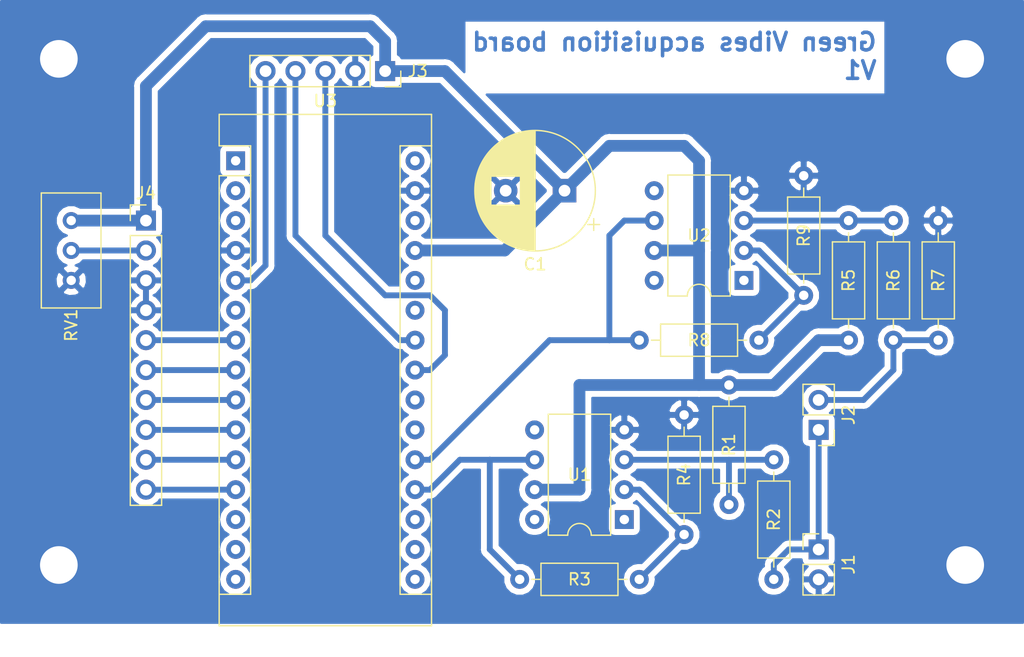
<source format=kicad_pcb>
(kicad_pcb (version 20171130) (host pcbnew "(5.0.1)-4")

  (general
    (thickness 1.6)
    (drawings 1)
    (tracks 77)
    (zones 0)
    (modules 18)
    (nets 43)
  )

  (page A4)
  (layers
    (0 F.Cu signal)
    (31 B.Cu signal)
    (32 B.Adhes user)
    (33 F.Adhes user)
    (34 B.Paste user)
    (35 F.Paste user)
    (36 B.SilkS user)
    (37 F.SilkS user hide)
    (38 B.Mask user)
    (39 F.Mask user)
    (40 Dwgs.User user)
    (41 Cmts.User user)
    (42 Eco1.User user)
    (43 Eco2.User user)
    (44 Edge.Cuts user)
    (45 Margin user)
    (46 B.CrtYd user)
    (47 F.CrtYd user)
    (48 B.Fab user)
    (49 F.Fab user)
  )

  (setup
    (last_trace_width 0.5)
    (trace_clearance 0.2)
    (zone_clearance 0.5)
    (zone_45_only no)
    (trace_min 0.2)
    (segment_width 0.2)
    (edge_width 0.15)
    (via_size 0.8)
    (via_drill 0.4)
    (via_min_size 0.4)
    (via_min_drill 0.3)
    (uvia_size 0.3)
    (uvia_drill 0.1)
    (uvias_allowed no)
    (uvia_min_size 0.2)
    (uvia_min_drill 0.1)
    (pcb_text_width 0.3)
    (pcb_text_size 1.5 1.5)
    (mod_edge_width 0.15)
    (mod_text_size 1 1)
    (mod_text_width 0.15)
    (pad_size 1.524 1.524)
    (pad_drill 0.762)
    (pad_to_mask_clearance 0.051)
    (solder_mask_min_width 0.25)
    (aux_axis_origin 13 113)
    (visible_elements 7FFFFFFF)
    (pcbplotparams
      (layerselection 0x00000_fffffffe)
      (usegerberextensions false)
      (usegerberattributes false)
      (usegerberadvancedattributes false)
      (creategerberjobfile false)
      (excludeedgelayer true)
      (linewidth 0.100000)
      (plotframeref false)
      (viasonmask false)
      (mode 1)
      (useauxorigin true)
      (hpglpennumber 1)
      (hpglpenspeed 20)
      (hpglpendiameter 15.000000)
      (psnegative false)
      (psa4output false)
      (plotreference true)
      (plotvalue true)
      (plotinvisibletext false)
      (padsonsilk false)
      (subtractmaskfromsilk false)
      (outputformat 4)
      (mirror false)
      (drillshape 1)
      (scaleselection 1)
      (outputdirectory ""))
  )

  (net 0 "")
  (net 1 +5V)
  (net 2 GND)
  (net 3 /I)
  (net 4 /E)
  (net 5 /SDA)
  (net 6 /SCL)
  (net 7 /INT)
  (net 8 "Net-(R1-Pad2)")
  (net 9 "Net-(R3-Pad2)")
  (net 10 /Ve)
  (net 11 "Net-(R5-Pad2)")
  (net 12 "Net-(R8-Pad2)")
  (net 13 /Vi)
  (net 14 "Net-(U1-Pad8)")
  (net 15 "Net-(U2-Pad1)")
  (net 16 "Net-(U2-Pad5)")
  (net 17 "Net-(U2-Pad8)")
  (net 18 "Net-(U3-Pad1)")
  (net 19 "Net-(U3-Pad17)")
  (net 20 "Net-(U3-Pad2)")
  (net 21 "Net-(U3-Pad18)")
  (net 22 "Net-(U3-Pad3)")
  (net 23 "Net-(U3-Pad21)")
  (net 24 "Net-(U3-Pad6)")
  (net 25 "Net-(U3-Pad22)")
  (net 26 "Net-(U3-Pad25)")
  (net 27 "Net-(U3-Pad26)")
  (net 28 "Net-(U3-Pad28)")
  (net 29 "Net-(U3-Pad13)")
  (net 30 "Net-(U3-Pad14)")
  (net 31 "Net-(U3-Pad30)")
  (net 32 "Net-(U3-Pad15)")
  (net 33 "Net-(U3-Pad16)")
  (net 34 /VO)
  (net 35 /RS)
  (net 36 /DB4)
  (net 37 /DB5)
  (net 38 /DB6)
  (net 39 /DB7)
  (net 40 /Enable)
  (net 41 "Net-(U1-Pad1)")
  (net 42 "Net-(U1-Pad5)")

  (net_class Default "Ceci est la Netclass par défaut."
    (clearance 0.2)
    (trace_width 0.5)
    (via_dia 0.8)
    (via_drill 0.4)
    (uvia_dia 0.3)
    (uvia_drill 0.1)
    (add_net /DB4)
    (add_net /DB5)
    (add_net /DB6)
    (add_net /DB7)
    (add_net /E)
    (add_net /Enable)
    (add_net /I)
    (add_net /INT)
    (add_net /RS)
    (add_net /SCL)
    (add_net /SDA)
    (add_net /VO)
    (add_net /Ve)
    (add_net /Vi)
    (add_net "Net-(R1-Pad2)")
    (add_net "Net-(R3-Pad2)")
    (add_net "Net-(R5-Pad2)")
    (add_net "Net-(R8-Pad2)")
    (add_net "Net-(U1-Pad1)")
    (add_net "Net-(U1-Pad5)")
    (add_net "Net-(U1-Pad8)")
    (add_net "Net-(U2-Pad1)")
    (add_net "Net-(U2-Pad5)")
    (add_net "Net-(U2-Pad8)")
    (add_net "Net-(U3-Pad1)")
    (add_net "Net-(U3-Pad13)")
    (add_net "Net-(U3-Pad14)")
    (add_net "Net-(U3-Pad15)")
    (add_net "Net-(U3-Pad16)")
    (add_net "Net-(U3-Pad17)")
    (add_net "Net-(U3-Pad18)")
    (add_net "Net-(U3-Pad2)")
    (add_net "Net-(U3-Pad21)")
    (add_net "Net-(U3-Pad22)")
    (add_net "Net-(U3-Pad25)")
    (add_net "Net-(U3-Pad26)")
    (add_net "Net-(U3-Pad28)")
    (add_net "Net-(U3-Pad3)")
    (add_net "Net-(U3-Pad30)")
    (add_net "Net-(U3-Pad6)")
  )

  (net_class power ""
    (clearance 0.2)
    (trace_width 1)
    (via_dia 0.8)
    (via_drill 0.4)
    (uvia_dia 0.3)
    (uvia_drill 0.1)
    (add_net +5V)
    (add_net GND)
  )

  (module Capacitor_THT:CP_Radial_D10.0mm_P5.00mm (layer F.Cu) (tedit 5AE50EF1) (tstamp 60FB659C)
    (at 60.96 76.2 180)
    (descr "CP, Radial series, Radial, pin pitch=5.00mm, , diameter=10mm, Electrolytic Capacitor")
    (tags "CP Radial series Radial pin pitch 5.00mm  diameter 10mm Electrolytic Capacitor")
    (path /60DACDF8)
    (fp_text reference C1 (at 2.5 -6.25 180) (layer F.SilkS)
      (effects (font (size 1 1) (thickness 0.15)))
    )
    (fp_text value 220u (at 2.5 6.25 180) (layer F.Fab)
      (effects (font (size 1 1) (thickness 0.15)))
    )
    (fp_circle (center 2.5 0) (end 7.5 0) (layer F.Fab) (width 0.1))
    (fp_circle (center 2.5 0) (end 7.62 0) (layer F.SilkS) (width 0.12))
    (fp_circle (center 2.5 0) (end 7.75 0) (layer F.CrtYd) (width 0.05))
    (fp_line (start -1.788861 -2.1875) (end -0.788861 -2.1875) (layer F.Fab) (width 0.1))
    (fp_line (start -1.288861 -2.6875) (end -1.288861 -1.6875) (layer F.Fab) (width 0.1))
    (fp_line (start 2.5 -5.08) (end 2.5 5.08) (layer F.SilkS) (width 0.12))
    (fp_line (start 2.54 -5.08) (end 2.54 5.08) (layer F.SilkS) (width 0.12))
    (fp_line (start 2.58 -5.08) (end 2.58 5.08) (layer F.SilkS) (width 0.12))
    (fp_line (start 2.62 -5.079) (end 2.62 5.079) (layer F.SilkS) (width 0.12))
    (fp_line (start 2.66 -5.078) (end 2.66 5.078) (layer F.SilkS) (width 0.12))
    (fp_line (start 2.7 -5.077) (end 2.7 5.077) (layer F.SilkS) (width 0.12))
    (fp_line (start 2.74 -5.075) (end 2.74 5.075) (layer F.SilkS) (width 0.12))
    (fp_line (start 2.78 -5.073) (end 2.78 5.073) (layer F.SilkS) (width 0.12))
    (fp_line (start 2.82 -5.07) (end 2.82 5.07) (layer F.SilkS) (width 0.12))
    (fp_line (start 2.86 -5.068) (end 2.86 5.068) (layer F.SilkS) (width 0.12))
    (fp_line (start 2.9 -5.065) (end 2.9 5.065) (layer F.SilkS) (width 0.12))
    (fp_line (start 2.94 -5.062) (end 2.94 5.062) (layer F.SilkS) (width 0.12))
    (fp_line (start 2.98 -5.058) (end 2.98 5.058) (layer F.SilkS) (width 0.12))
    (fp_line (start 3.02 -5.054) (end 3.02 5.054) (layer F.SilkS) (width 0.12))
    (fp_line (start 3.06 -5.05) (end 3.06 5.05) (layer F.SilkS) (width 0.12))
    (fp_line (start 3.1 -5.045) (end 3.1 5.045) (layer F.SilkS) (width 0.12))
    (fp_line (start 3.14 -5.04) (end 3.14 5.04) (layer F.SilkS) (width 0.12))
    (fp_line (start 3.18 -5.035) (end 3.18 5.035) (layer F.SilkS) (width 0.12))
    (fp_line (start 3.221 -5.03) (end 3.221 5.03) (layer F.SilkS) (width 0.12))
    (fp_line (start 3.261 -5.024) (end 3.261 5.024) (layer F.SilkS) (width 0.12))
    (fp_line (start 3.301 -5.018) (end 3.301 5.018) (layer F.SilkS) (width 0.12))
    (fp_line (start 3.341 -5.011) (end 3.341 5.011) (layer F.SilkS) (width 0.12))
    (fp_line (start 3.381 -5.004) (end 3.381 5.004) (layer F.SilkS) (width 0.12))
    (fp_line (start 3.421 -4.997) (end 3.421 4.997) (layer F.SilkS) (width 0.12))
    (fp_line (start 3.461 -4.99) (end 3.461 4.99) (layer F.SilkS) (width 0.12))
    (fp_line (start 3.501 -4.982) (end 3.501 4.982) (layer F.SilkS) (width 0.12))
    (fp_line (start 3.541 -4.974) (end 3.541 4.974) (layer F.SilkS) (width 0.12))
    (fp_line (start 3.581 -4.965) (end 3.581 4.965) (layer F.SilkS) (width 0.12))
    (fp_line (start 3.621 -4.956) (end 3.621 4.956) (layer F.SilkS) (width 0.12))
    (fp_line (start 3.661 -4.947) (end 3.661 4.947) (layer F.SilkS) (width 0.12))
    (fp_line (start 3.701 -4.938) (end 3.701 4.938) (layer F.SilkS) (width 0.12))
    (fp_line (start 3.741 -4.928) (end 3.741 4.928) (layer F.SilkS) (width 0.12))
    (fp_line (start 3.781 -4.918) (end 3.781 -1.241) (layer F.SilkS) (width 0.12))
    (fp_line (start 3.781 1.241) (end 3.781 4.918) (layer F.SilkS) (width 0.12))
    (fp_line (start 3.821 -4.907) (end 3.821 -1.241) (layer F.SilkS) (width 0.12))
    (fp_line (start 3.821 1.241) (end 3.821 4.907) (layer F.SilkS) (width 0.12))
    (fp_line (start 3.861 -4.897) (end 3.861 -1.241) (layer F.SilkS) (width 0.12))
    (fp_line (start 3.861 1.241) (end 3.861 4.897) (layer F.SilkS) (width 0.12))
    (fp_line (start 3.901 -4.885) (end 3.901 -1.241) (layer F.SilkS) (width 0.12))
    (fp_line (start 3.901 1.241) (end 3.901 4.885) (layer F.SilkS) (width 0.12))
    (fp_line (start 3.941 -4.874) (end 3.941 -1.241) (layer F.SilkS) (width 0.12))
    (fp_line (start 3.941 1.241) (end 3.941 4.874) (layer F.SilkS) (width 0.12))
    (fp_line (start 3.981 -4.862) (end 3.981 -1.241) (layer F.SilkS) (width 0.12))
    (fp_line (start 3.981 1.241) (end 3.981 4.862) (layer F.SilkS) (width 0.12))
    (fp_line (start 4.021 -4.85) (end 4.021 -1.241) (layer F.SilkS) (width 0.12))
    (fp_line (start 4.021 1.241) (end 4.021 4.85) (layer F.SilkS) (width 0.12))
    (fp_line (start 4.061 -4.837) (end 4.061 -1.241) (layer F.SilkS) (width 0.12))
    (fp_line (start 4.061 1.241) (end 4.061 4.837) (layer F.SilkS) (width 0.12))
    (fp_line (start 4.101 -4.824) (end 4.101 -1.241) (layer F.SilkS) (width 0.12))
    (fp_line (start 4.101 1.241) (end 4.101 4.824) (layer F.SilkS) (width 0.12))
    (fp_line (start 4.141 -4.811) (end 4.141 -1.241) (layer F.SilkS) (width 0.12))
    (fp_line (start 4.141 1.241) (end 4.141 4.811) (layer F.SilkS) (width 0.12))
    (fp_line (start 4.181 -4.797) (end 4.181 -1.241) (layer F.SilkS) (width 0.12))
    (fp_line (start 4.181 1.241) (end 4.181 4.797) (layer F.SilkS) (width 0.12))
    (fp_line (start 4.221 -4.783) (end 4.221 -1.241) (layer F.SilkS) (width 0.12))
    (fp_line (start 4.221 1.241) (end 4.221 4.783) (layer F.SilkS) (width 0.12))
    (fp_line (start 4.261 -4.768) (end 4.261 -1.241) (layer F.SilkS) (width 0.12))
    (fp_line (start 4.261 1.241) (end 4.261 4.768) (layer F.SilkS) (width 0.12))
    (fp_line (start 4.301 -4.754) (end 4.301 -1.241) (layer F.SilkS) (width 0.12))
    (fp_line (start 4.301 1.241) (end 4.301 4.754) (layer F.SilkS) (width 0.12))
    (fp_line (start 4.341 -4.738) (end 4.341 -1.241) (layer F.SilkS) (width 0.12))
    (fp_line (start 4.341 1.241) (end 4.341 4.738) (layer F.SilkS) (width 0.12))
    (fp_line (start 4.381 -4.723) (end 4.381 -1.241) (layer F.SilkS) (width 0.12))
    (fp_line (start 4.381 1.241) (end 4.381 4.723) (layer F.SilkS) (width 0.12))
    (fp_line (start 4.421 -4.707) (end 4.421 -1.241) (layer F.SilkS) (width 0.12))
    (fp_line (start 4.421 1.241) (end 4.421 4.707) (layer F.SilkS) (width 0.12))
    (fp_line (start 4.461 -4.69) (end 4.461 -1.241) (layer F.SilkS) (width 0.12))
    (fp_line (start 4.461 1.241) (end 4.461 4.69) (layer F.SilkS) (width 0.12))
    (fp_line (start 4.501 -4.674) (end 4.501 -1.241) (layer F.SilkS) (width 0.12))
    (fp_line (start 4.501 1.241) (end 4.501 4.674) (layer F.SilkS) (width 0.12))
    (fp_line (start 4.541 -4.657) (end 4.541 -1.241) (layer F.SilkS) (width 0.12))
    (fp_line (start 4.541 1.241) (end 4.541 4.657) (layer F.SilkS) (width 0.12))
    (fp_line (start 4.581 -4.639) (end 4.581 -1.241) (layer F.SilkS) (width 0.12))
    (fp_line (start 4.581 1.241) (end 4.581 4.639) (layer F.SilkS) (width 0.12))
    (fp_line (start 4.621 -4.621) (end 4.621 -1.241) (layer F.SilkS) (width 0.12))
    (fp_line (start 4.621 1.241) (end 4.621 4.621) (layer F.SilkS) (width 0.12))
    (fp_line (start 4.661 -4.603) (end 4.661 -1.241) (layer F.SilkS) (width 0.12))
    (fp_line (start 4.661 1.241) (end 4.661 4.603) (layer F.SilkS) (width 0.12))
    (fp_line (start 4.701 -4.584) (end 4.701 -1.241) (layer F.SilkS) (width 0.12))
    (fp_line (start 4.701 1.241) (end 4.701 4.584) (layer F.SilkS) (width 0.12))
    (fp_line (start 4.741 -4.564) (end 4.741 -1.241) (layer F.SilkS) (width 0.12))
    (fp_line (start 4.741 1.241) (end 4.741 4.564) (layer F.SilkS) (width 0.12))
    (fp_line (start 4.781 -4.545) (end 4.781 -1.241) (layer F.SilkS) (width 0.12))
    (fp_line (start 4.781 1.241) (end 4.781 4.545) (layer F.SilkS) (width 0.12))
    (fp_line (start 4.821 -4.525) (end 4.821 -1.241) (layer F.SilkS) (width 0.12))
    (fp_line (start 4.821 1.241) (end 4.821 4.525) (layer F.SilkS) (width 0.12))
    (fp_line (start 4.861 -4.504) (end 4.861 -1.241) (layer F.SilkS) (width 0.12))
    (fp_line (start 4.861 1.241) (end 4.861 4.504) (layer F.SilkS) (width 0.12))
    (fp_line (start 4.901 -4.483) (end 4.901 -1.241) (layer F.SilkS) (width 0.12))
    (fp_line (start 4.901 1.241) (end 4.901 4.483) (layer F.SilkS) (width 0.12))
    (fp_line (start 4.941 -4.462) (end 4.941 -1.241) (layer F.SilkS) (width 0.12))
    (fp_line (start 4.941 1.241) (end 4.941 4.462) (layer F.SilkS) (width 0.12))
    (fp_line (start 4.981 -4.44) (end 4.981 -1.241) (layer F.SilkS) (width 0.12))
    (fp_line (start 4.981 1.241) (end 4.981 4.44) (layer F.SilkS) (width 0.12))
    (fp_line (start 5.021 -4.417) (end 5.021 -1.241) (layer F.SilkS) (width 0.12))
    (fp_line (start 5.021 1.241) (end 5.021 4.417) (layer F.SilkS) (width 0.12))
    (fp_line (start 5.061 -4.395) (end 5.061 -1.241) (layer F.SilkS) (width 0.12))
    (fp_line (start 5.061 1.241) (end 5.061 4.395) (layer F.SilkS) (width 0.12))
    (fp_line (start 5.101 -4.371) (end 5.101 -1.241) (layer F.SilkS) (width 0.12))
    (fp_line (start 5.101 1.241) (end 5.101 4.371) (layer F.SilkS) (width 0.12))
    (fp_line (start 5.141 -4.347) (end 5.141 -1.241) (layer F.SilkS) (width 0.12))
    (fp_line (start 5.141 1.241) (end 5.141 4.347) (layer F.SilkS) (width 0.12))
    (fp_line (start 5.181 -4.323) (end 5.181 -1.241) (layer F.SilkS) (width 0.12))
    (fp_line (start 5.181 1.241) (end 5.181 4.323) (layer F.SilkS) (width 0.12))
    (fp_line (start 5.221 -4.298) (end 5.221 -1.241) (layer F.SilkS) (width 0.12))
    (fp_line (start 5.221 1.241) (end 5.221 4.298) (layer F.SilkS) (width 0.12))
    (fp_line (start 5.261 -4.273) (end 5.261 -1.241) (layer F.SilkS) (width 0.12))
    (fp_line (start 5.261 1.241) (end 5.261 4.273) (layer F.SilkS) (width 0.12))
    (fp_line (start 5.301 -4.247) (end 5.301 -1.241) (layer F.SilkS) (width 0.12))
    (fp_line (start 5.301 1.241) (end 5.301 4.247) (layer F.SilkS) (width 0.12))
    (fp_line (start 5.341 -4.221) (end 5.341 -1.241) (layer F.SilkS) (width 0.12))
    (fp_line (start 5.341 1.241) (end 5.341 4.221) (layer F.SilkS) (width 0.12))
    (fp_line (start 5.381 -4.194) (end 5.381 -1.241) (layer F.SilkS) (width 0.12))
    (fp_line (start 5.381 1.241) (end 5.381 4.194) (layer F.SilkS) (width 0.12))
    (fp_line (start 5.421 -4.166) (end 5.421 -1.241) (layer F.SilkS) (width 0.12))
    (fp_line (start 5.421 1.241) (end 5.421 4.166) (layer F.SilkS) (width 0.12))
    (fp_line (start 5.461 -4.138) (end 5.461 -1.241) (layer F.SilkS) (width 0.12))
    (fp_line (start 5.461 1.241) (end 5.461 4.138) (layer F.SilkS) (width 0.12))
    (fp_line (start 5.501 -4.11) (end 5.501 -1.241) (layer F.SilkS) (width 0.12))
    (fp_line (start 5.501 1.241) (end 5.501 4.11) (layer F.SilkS) (width 0.12))
    (fp_line (start 5.541 -4.08) (end 5.541 -1.241) (layer F.SilkS) (width 0.12))
    (fp_line (start 5.541 1.241) (end 5.541 4.08) (layer F.SilkS) (width 0.12))
    (fp_line (start 5.581 -4.05) (end 5.581 -1.241) (layer F.SilkS) (width 0.12))
    (fp_line (start 5.581 1.241) (end 5.581 4.05) (layer F.SilkS) (width 0.12))
    (fp_line (start 5.621 -4.02) (end 5.621 -1.241) (layer F.SilkS) (width 0.12))
    (fp_line (start 5.621 1.241) (end 5.621 4.02) (layer F.SilkS) (width 0.12))
    (fp_line (start 5.661 -3.989) (end 5.661 -1.241) (layer F.SilkS) (width 0.12))
    (fp_line (start 5.661 1.241) (end 5.661 3.989) (layer F.SilkS) (width 0.12))
    (fp_line (start 5.701 -3.957) (end 5.701 -1.241) (layer F.SilkS) (width 0.12))
    (fp_line (start 5.701 1.241) (end 5.701 3.957) (layer F.SilkS) (width 0.12))
    (fp_line (start 5.741 -3.925) (end 5.741 -1.241) (layer F.SilkS) (width 0.12))
    (fp_line (start 5.741 1.241) (end 5.741 3.925) (layer F.SilkS) (width 0.12))
    (fp_line (start 5.781 -3.892) (end 5.781 -1.241) (layer F.SilkS) (width 0.12))
    (fp_line (start 5.781 1.241) (end 5.781 3.892) (layer F.SilkS) (width 0.12))
    (fp_line (start 5.821 -3.858) (end 5.821 -1.241) (layer F.SilkS) (width 0.12))
    (fp_line (start 5.821 1.241) (end 5.821 3.858) (layer F.SilkS) (width 0.12))
    (fp_line (start 5.861 -3.824) (end 5.861 -1.241) (layer F.SilkS) (width 0.12))
    (fp_line (start 5.861 1.241) (end 5.861 3.824) (layer F.SilkS) (width 0.12))
    (fp_line (start 5.901 -3.789) (end 5.901 -1.241) (layer F.SilkS) (width 0.12))
    (fp_line (start 5.901 1.241) (end 5.901 3.789) (layer F.SilkS) (width 0.12))
    (fp_line (start 5.941 -3.753) (end 5.941 -1.241) (layer F.SilkS) (width 0.12))
    (fp_line (start 5.941 1.241) (end 5.941 3.753) (layer F.SilkS) (width 0.12))
    (fp_line (start 5.981 -3.716) (end 5.981 -1.241) (layer F.SilkS) (width 0.12))
    (fp_line (start 5.981 1.241) (end 5.981 3.716) (layer F.SilkS) (width 0.12))
    (fp_line (start 6.021 -3.679) (end 6.021 -1.241) (layer F.SilkS) (width 0.12))
    (fp_line (start 6.021 1.241) (end 6.021 3.679) (layer F.SilkS) (width 0.12))
    (fp_line (start 6.061 -3.64) (end 6.061 -1.241) (layer F.SilkS) (width 0.12))
    (fp_line (start 6.061 1.241) (end 6.061 3.64) (layer F.SilkS) (width 0.12))
    (fp_line (start 6.101 -3.601) (end 6.101 -1.241) (layer F.SilkS) (width 0.12))
    (fp_line (start 6.101 1.241) (end 6.101 3.601) (layer F.SilkS) (width 0.12))
    (fp_line (start 6.141 -3.561) (end 6.141 -1.241) (layer F.SilkS) (width 0.12))
    (fp_line (start 6.141 1.241) (end 6.141 3.561) (layer F.SilkS) (width 0.12))
    (fp_line (start 6.181 -3.52) (end 6.181 -1.241) (layer F.SilkS) (width 0.12))
    (fp_line (start 6.181 1.241) (end 6.181 3.52) (layer F.SilkS) (width 0.12))
    (fp_line (start 6.221 -3.478) (end 6.221 -1.241) (layer F.SilkS) (width 0.12))
    (fp_line (start 6.221 1.241) (end 6.221 3.478) (layer F.SilkS) (width 0.12))
    (fp_line (start 6.261 -3.436) (end 6.261 3.436) (layer F.SilkS) (width 0.12))
    (fp_line (start 6.301 -3.392) (end 6.301 3.392) (layer F.SilkS) (width 0.12))
    (fp_line (start 6.341 -3.347) (end 6.341 3.347) (layer F.SilkS) (width 0.12))
    (fp_line (start 6.381 -3.301) (end 6.381 3.301) (layer F.SilkS) (width 0.12))
    (fp_line (start 6.421 -3.254) (end 6.421 3.254) (layer F.SilkS) (width 0.12))
    (fp_line (start 6.461 -3.206) (end 6.461 3.206) (layer F.SilkS) (width 0.12))
    (fp_line (start 6.501 -3.156) (end 6.501 3.156) (layer F.SilkS) (width 0.12))
    (fp_line (start 6.541 -3.106) (end 6.541 3.106) (layer F.SilkS) (width 0.12))
    (fp_line (start 6.581 -3.054) (end 6.581 3.054) (layer F.SilkS) (width 0.12))
    (fp_line (start 6.621 -3) (end 6.621 3) (layer F.SilkS) (width 0.12))
    (fp_line (start 6.661 -2.945) (end 6.661 2.945) (layer F.SilkS) (width 0.12))
    (fp_line (start 6.701 -2.889) (end 6.701 2.889) (layer F.SilkS) (width 0.12))
    (fp_line (start 6.741 -2.83) (end 6.741 2.83) (layer F.SilkS) (width 0.12))
    (fp_line (start 6.781 -2.77) (end 6.781 2.77) (layer F.SilkS) (width 0.12))
    (fp_line (start 6.821 -2.709) (end 6.821 2.709) (layer F.SilkS) (width 0.12))
    (fp_line (start 6.861 -2.645) (end 6.861 2.645) (layer F.SilkS) (width 0.12))
    (fp_line (start 6.901 -2.579) (end 6.901 2.579) (layer F.SilkS) (width 0.12))
    (fp_line (start 6.941 -2.51) (end 6.941 2.51) (layer F.SilkS) (width 0.12))
    (fp_line (start 6.981 -2.439) (end 6.981 2.439) (layer F.SilkS) (width 0.12))
    (fp_line (start 7.021 -2.365) (end 7.021 2.365) (layer F.SilkS) (width 0.12))
    (fp_line (start 7.061 -2.289) (end 7.061 2.289) (layer F.SilkS) (width 0.12))
    (fp_line (start 7.101 -2.209) (end 7.101 2.209) (layer F.SilkS) (width 0.12))
    (fp_line (start 7.141 -2.125) (end 7.141 2.125) (layer F.SilkS) (width 0.12))
    (fp_line (start 7.181 -2.037) (end 7.181 2.037) (layer F.SilkS) (width 0.12))
    (fp_line (start 7.221 -1.944) (end 7.221 1.944) (layer F.SilkS) (width 0.12))
    (fp_line (start 7.261 -1.846) (end 7.261 1.846) (layer F.SilkS) (width 0.12))
    (fp_line (start 7.301 -1.742) (end 7.301 1.742) (layer F.SilkS) (width 0.12))
    (fp_line (start 7.341 -1.63) (end 7.341 1.63) (layer F.SilkS) (width 0.12))
    (fp_line (start 7.381 -1.51) (end 7.381 1.51) (layer F.SilkS) (width 0.12))
    (fp_line (start 7.421 -1.378) (end 7.421 1.378) (layer F.SilkS) (width 0.12))
    (fp_line (start 7.461 -1.23) (end 7.461 1.23) (layer F.SilkS) (width 0.12))
    (fp_line (start 7.501 -1.062) (end 7.501 1.062) (layer F.SilkS) (width 0.12))
    (fp_line (start 7.541 -0.862) (end 7.541 0.862) (layer F.SilkS) (width 0.12))
    (fp_line (start 7.581 -0.599) (end 7.581 0.599) (layer F.SilkS) (width 0.12))
    (fp_line (start -2.979646 -2.875) (end -1.979646 -2.875) (layer F.SilkS) (width 0.12))
    (fp_line (start -2.479646 -3.375) (end -2.479646 -2.375) (layer F.SilkS) (width 0.12))
    (fp_text user %R (at 2.5 0 180) (layer F.Fab)
      (effects (font (size 1 1) (thickness 0.15)))
    )
    (pad 1 thru_hole rect (at 0 0 180) (size 2 2) (drill 1) (layers *.Cu *.Mask)
      (net 1 +5V))
    (pad 2 thru_hole circle (at 5 0 180) (size 2 2) (drill 1) (layers *.Cu *.Mask)
      (net 2 GND))
    (model ${KISYS3DMOD}/Capacitor_THT.3dshapes/CP_Radial_D10.0mm_P5.00mm.wrl
      (at (xyz 0 0 0))
      (scale (xyz 1 1 1))
      (rotate (xyz 0 0 0))
    )
  )

  (module Connector_PinHeader_2.54mm:PinHeader_1x02_P2.54mm_Vertical (layer F.Cu) (tedit 59FED5CC) (tstamp 60FB65B2)
    (at 82.55 106.68)
    (descr "Through hole straight pin header, 1x02, 2.54mm pitch, single row")
    (tags "Through hole pin header THT 1x02 2.54mm single row")
    (path /60EEEDC5)
    (fp_text reference J1 (at 2.54 1.27 90) (layer F.SilkS)
      (effects (font (size 1 1) (thickness 0.15)))
    )
    (fp_text value Coil (at 3.81 -1.27 180) (layer F.Fab)
      (effects (font (size 1 1) (thickness 0.15)))
    )
    (fp_text user %R (at 2.54 1.27 90) (layer F.Fab)
      (effects (font (size 1 1) (thickness 0.15)))
    )
    (fp_line (start 1.8 -1.8) (end -1.8 -1.8) (layer F.CrtYd) (width 0.05))
    (fp_line (start 1.8 4.35) (end 1.8 -1.8) (layer F.CrtYd) (width 0.05))
    (fp_line (start -1.8 4.35) (end 1.8 4.35) (layer F.CrtYd) (width 0.05))
    (fp_line (start -1.8 -1.8) (end -1.8 4.35) (layer F.CrtYd) (width 0.05))
    (fp_line (start -1.33 -1.33) (end 0 -1.33) (layer F.SilkS) (width 0.12))
    (fp_line (start -1.33 0) (end -1.33 -1.33) (layer F.SilkS) (width 0.12))
    (fp_line (start -1.33 1.27) (end 1.33 1.27) (layer F.SilkS) (width 0.12))
    (fp_line (start 1.33 1.27) (end 1.33 3.87) (layer F.SilkS) (width 0.12))
    (fp_line (start -1.33 1.27) (end -1.33 3.87) (layer F.SilkS) (width 0.12))
    (fp_line (start -1.33 3.87) (end 1.33 3.87) (layer F.SilkS) (width 0.12))
    (fp_line (start -1.27 -0.635) (end -0.635 -1.27) (layer F.Fab) (width 0.1))
    (fp_line (start -1.27 3.81) (end -1.27 -0.635) (layer F.Fab) (width 0.1))
    (fp_line (start 1.27 3.81) (end -1.27 3.81) (layer F.Fab) (width 0.1))
    (fp_line (start 1.27 -1.27) (end 1.27 3.81) (layer F.Fab) (width 0.1))
    (fp_line (start -0.635 -1.27) (end 1.27 -1.27) (layer F.Fab) (width 0.1))
    (pad 2 thru_hole oval (at 0 2.54) (size 1.7 1.7) (drill 1) (layers *.Cu *.Mask)
      (net 2 GND))
    (pad 1 thru_hole rect (at 0 0) (size 1.7 1.7) (drill 1) (layers *.Cu *.Mask)
      (net 4 /E))
    (model ${KISYS3DMOD}/Connector_PinHeader_2.54mm.3dshapes/PinHeader_1x02_P2.54mm_Vertical.wrl
      (at (xyz 0 0 0))
      (scale (xyz 1 1 1))
      (rotate (xyz 0 0 0))
    )
  )

  (module Connector_PinHeader_2.54mm:PinHeader_1x02_P2.54mm_Vertical (layer F.Cu) (tedit 59FED5CC) (tstamp 60FB65C8)
    (at 82.55 96.52 180)
    (descr "Through hole straight pin header, 1x02, 2.54mm pitch, single row")
    (tags "Through hole pin header THT 1x02 2.54mm single row")
    (path /60E69B35)
    (fp_text reference J2 (at -2.54 1.27 270) (layer F.SilkS)
      (effects (font (size 1 1) (thickness 0.15)))
    )
    (fp_text value potentiometer (at -7.62 3.81 180) (layer F.Fab)
      (effects (font (size 1 1) (thickness 0.15)))
    )
    (fp_line (start -0.635 -1.27) (end 1.27 -1.27) (layer F.Fab) (width 0.1))
    (fp_line (start 1.27 -1.27) (end 1.27 3.81) (layer F.Fab) (width 0.1))
    (fp_line (start 1.27 3.81) (end -1.27 3.81) (layer F.Fab) (width 0.1))
    (fp_line (start -1.27 3.81) (end -1.27 -0.635) (layer F.Fab) (width 0.1))
    (fp_line (start -1.27 -0.635) (end -0.635 -1.27) (layer F.Fab) (width 0.1))
    (fp_line (start -1.33 3.87) (end 1.33 3.87) (layer F.SilkS) (width 0.12))
    (fp_line (start -1.33 1.27) (end -1.33 3.87) (layer F.SilkS) (width 0.12))
    (fp_line (start 1.33 1.27) (end 1.33 3.87) (layer F.SilkS) (width 0.12))
    (fp_line (start -1.33 1.27) (end 1.33 1.27) (layer F.SilkS) (width 0.12))
    (fp_line (start -1.33 0) (end -1.33 -1.33) (layer F.SilkS) (width 0.12))
    (fp_line (start -1.33 -1.33) (end 0 -1.33) (layer F.SilkS) (width 0.12))
    (fp_line (start -1.8 -1.8) (end -1.8 4.35) (layer F.CrtYd) (width 0.05))
    (fp_line (start -1.8 4.35) (end 1.8 4.35) (layer F.CrtYd) (width 0.05))
    (fp_line (start 1.8 4.35) (end 1.8 -1.8) (layer F.CrtYd) (width 0.05))
    (fp_line (start 1.8 -1.8) (end -1.8 -1.8) (layer F.CrtYd) (width 0.05))
    (fp_text user %R (at -2.54 1.27 270) (layer F.Fab)
      (effects (font (size 1 1) (thickness 0.15)))
    )
    (pad 1 thru_hole rect (at 0 0 180) (size 1.7 1.7) (drill 1) (layers *.Cu *.Mask)
      (net 4 /E))
    (pad 2 thru_hole oval (at 0 2.54 180) (size 1.7 1.7) (drill 1) (layers *.Cu *.Mask)
      (net 3 /I))
    (model ${KISYS3DMOD}/Connector_PinHeader_2.54mm.3dshapes/PinHeader_1x02_P2.54mm_Vertical.wrl
      (at (xyz 0 0 0))
      (scale (xyz 1 1 1))
      (rotate (xyz 0 0 0))
    )
  )

  (module Connector_PinSocket_2.54mm:PinSocket_1x05_P2.54mm_Vertical (layer F.Cu) (tedit 5A19A420) (tstamp 60FB65E1)
    (at 45.72 66.04 270)
    (descr "Through hole straight socket strip, 1x05, 2.54mm pitch, single row (from Kicad 4.0.7), script generated")
    (tags "Through hole socket strip THT 1x05 2.54mm single row")
    (path /60E6F2AC)
    (fp_text reference J3 (at 0 -2.77) (layer F.SilkS)
      (effects (font (size 1 1) (thickness 0.15)))
    )
    (fp_text value Accelerometer (at -2.54 5.08) (layer F.Fab)
      (effects (font (size 1 1) (thickness 0.15)))
    )
    (fp_line (start -1.27 -1.27) (end 0.635 -1.27) (layer F.Fab) (width 0.1))
    (fp_line (start 0.635 -1.27) (end 1.27 -0.635) (layer F.Fab) (width 0.1))
    (fp_line (start 1.27 -0.635) (end 1.27 11.43) (layer F.Fab) (width 0.1))
    (fp_line (start 1.27 11.43) (end -1.27 11.43) (layer F.Fab) (width 0.1))
    (fp_line (start -1.27 11.43) (end -1.27 -1.27) (layer F.Fab) (width 0.1))
    (fp_line (start -1.33 1.27) (end 1.33 1.27) (layer F.SilkS) (width 0.12))
    (fp_line (start -1.33 1.27) (end -1.33 11.49) (layer F.SilkS) (width 0.12))
    (fp_line (start -1.33 11.49) (end 1.33 11.49) (layer F.SilkS) (width 0.12))
    (fp_line (start 1.33 1.27) (end 1.33 11.49) (layer F.SilkS) (width 0.12))
    (fp_line (start 1.33 -1.33) (end 1.33 0) (layer F.SilkS) (width 0.12))
    (fp_line (start 0 -1.33) (end 1.33 -1.33) (layer F.SilkS) (width 0.12))
    (fp_line (start -1.8 -1.8) (end 1.75 -1.8) (layer F.CrtYd) (width 0.05))
    (fp_line (start 1.75 -1.8) (end 1.75 11.9) (layer F.CrtYd) (width 0.05))
    (fp_line (start 1.75 11.9) (end -1.8 11.9) (layer F.CrtYd) (width 0.05))
    (fp_line (start -1.8 11.9) (end -1.8 -1.8) (layer F.CrtYd) (width 0.05))
    (fp_text user %R (at 0 5.08) (layer F.Fab)
      (effects (font (size 1 1) (thickness 0.15)))
    )
    (pad 1 thru_hole rect (at 0 0 270) (size 1.7 1.7) (drill 1) (layers *.Cu *.Mask)
      (net 1 +5V))
    (pad 2 thru_hole oval (at 0 2.54 270) (size 1.7 1.7) (drill 1) (layers *.Cu *.Mask)
      (net 2 GND))
    (pad 3 thru_hole oval (at 0 5.08 270) (size 1.7 1.7) (drill 1) (layers *.Cu *.Mask)
      (net 5 /SDA))
    (pad 4 thru_hole oval (at 0 7.62 270) (size 1.7 1.7) (drill 1) (layers *.Cu *.Mask)
      (net 6 /SCL))
    (pad 5 thru_hole oval (at 0 10.16 270) (size 1.7 1.7) (drill 1) (layers *.Cu *.Mask)
      (net 7 /INT))
    (model ${KISYS3DMOD}/Connector_PinSocket_2.54mm.3dshapes/PinSocket_1x05_P2.54mm_Vertical.wrl
      (at (xyz 0 0 0))
      (scale (xyz 1 1 1))
      (rotate (xyz 0 0 0))
    )
  )

  (module Resistor_THT:R_Axial_DIN0207_L6.3mm_D2.5mm_P10.16mm_Horizontal (layer F.Cu) (tedit 5AE5139B) (tstamp 61112775)
    (at 74.93 92.71 270)
    (descr "Resistor, Axial_DIN0207 series, Axial, Horizontal, pin pitch=10.16mm, 0.25W = 1/4W, length*diameter=6.3*2.5mm^2, http://cdn-reichelt.de/documents/datenblatt/B400/1_4W%23YAG.pdf")
    (tags "Resistor Axial_DIN0207 series Axial Horizontal pin pitch 10.16mm 0.25W = 1/4W length 6.3mm diameter 2.5mm")
    (path /60E6985D)
    (fp_text reference R1 (at 5.08 0 270) (layer F.SilkS)
      (effects (font (size 1 1) (thickness 0.15)))
    )
    (fp_text value 15k (at 5.08 0 270) (layer F.Fab)
      (effects (font (size 1 1) (thickness 0.15)))
    )
    (fp_line (start 1.93 -1.25) (end 1.93 1.25) (layer F.Fab) (width 0.1))
    (fp_line (start 1.93 1.25) (end 8.23 1.25) (layer F.Fab) (width 0.1))
    (fp_line (start 8.23 1.25) (end 8.23 -1.25) (layer F.Fab) (width 0.1))
    (fp_line (start 8.23 -1.25) (end 1.93 -1.25) (layer F.Fab) (width 0.1))
    (fp_line (start 0 0) (end 1.93 0) (layer F.Fab) (width 0.1))
    (fp_line (start 10.16 0) (end 8.23 0) (layer F.Fab) (width 0.1))
    (fp_line (start 1.81 -1.37) (end 1.81 1.37) (layer F.SilkS) (width 0.12))
    (fp_line (start 1.81 1.37) (end 8.35 1.37) (layer F.SilkS) (width 0.12))
    (fp_line (start 8.35 1.37) (end 8.35 -1.37) (layer F.SilkS) (width 0.12))
    (fp_line (start 8.35 -1.37) (end 1.81 -1.37) (layer F.SilkS) (width 0.12))
    (fp_line (start 1.04 0) (end 1.81 0) (layer F.SilkS) (width 0.12))
    (fp_line (start 9.12 0) (end 8.35 0) (layer F.SilkS) (width 0.12))
    (fp_line (start -1.05 -1.5) (end -1.05 1.5) (layer F.CrtYd) (width 0.05))
    (fp_line (start -1.05 1.5) (end 11.21 1.5) (layer F.CrtYd) (width 0.05))
    (fp_line (start 11.21 1.5) (end 11.21 -1.5) (layer F.CrtYd) (width 0.05))
    (fp_line (start 11.21 -1.5) (end -1.05 -1.5) (layer F.CrtYd) (width 0.05))
    (fp_text user %R (at 12.7 0 270) (layer F.Fab)
      (effects (font (size 1 1) (thickness 0.15)))
    )
    (pad 1 thru_hole circle (at 0 0 270) (size 1.6 1.6) (drill 0.8) (layers *.Cu *.Mask)
      (net 1 +5V))
    (pad 2 thru_hole oval (at 10.16 0 270) (size 1.6 1.6) (drill 0.8) (layers *.Cu *.Mask)
      (net 8 "Net-(R1-Pad2)"))
    (model ${KISYS3DMOD}/Resistor_THT.3dshapes/R_Axial_DIN0207_L6.3mm_D2.5mm_P10.16mm_Horizontal.wrl
      (at (xyz 0 0 0))
      (scale (xyz 1 1 1))
      (rotate (xyz 0 0 0))
    )
  )

  (module Resistor_THT:R_Axial_DIN0207_L6.3mm_D2.5mm_P10.16mm_Horizontal (layer F.Cu) (tedit 5AE5139B) (tstamp 60FB660F)
    (at 78.74 99.06 270)
    (descr "Resistor, Axial_DIN0207 series, Axial, Horizontal, pin pitch=10.16mm, 0.25W = 1/4W, length*diameter=6.3*2.5mm^2, http://cdn-reichelt.de/documents/datenblatt/B400/1_4W%23YAG.pdf")
    (tags "Resistor Axial_DIN0207 series Axial Horizontal pin pitch 10.16mm 0.25W = 1/4W length 6.3mm diameter 2.5mm")
    (path /60E6984A)
    (fp_text reference R2 (at 5.08 0 270) (layer F.SilkS)
      (effects (font (size 1 1) (thickness 0.15)))
    )
    (fp_text value 7.5k (at 5.08 0 270) (layer F.Fab)
      (effects (font (size 1 1) (thickness 0.15)))
    )
    (fp_text user %R (at 12.7 0 270) (layer F.Fab)
      (effects (font (size 1 1) (thickness 0.15)))
    )
    (fp_line (start 11.21 -1.5) (end -1.05 -1.5) (layer F.CrtYd) (width 0.05))
    (fp_line (start 11.21 1.5) (end 11.21 -1.5) (layer F.CrtYd) (width 0.05))
    (fp_line (start -1.05 1.5) (end 11.21 1.5) (layer F.CrtYd) (width 0.05))
    (fp_line (start -1.05 -1.5) (end -1.05 1.5) (layer F.CrtYd) (width 0.05))
    (fp_line (start 9.12 0) (end 8.35 0) (layer F.SilkS) (width 0.12))
    (fp_line (start 1.04 0) (end 1.81 0) (layer F.SilkS) (width 0.12))
    (fp_line (start 8.35 -1.37) (end 1.81 -1.37) (layer F.SilkS) (width 0.12))
    (fp_line (start 8.35 1.37) (end 8.35 -1.37) (layer F.SilkS) (width 0.12))
    (fp_line (start 1.81 1.37) (end 8.35 1.37) (layer F.SilkS) (width 0.12))
    (fp_line (start 1.81 -1.37) (end 1.81 1.37) (layer F.SilkS) (width 0.12))
    (fp_line (start 10.16 0) (end 8.23 0) (layer F.Fab) (width 0.1))
    (fp_line (start 0 0) (end 1.93 0) (layer F.Fab) (width 0.1))
    (fp_line (start 8.23 -1.25) (end 1.93 -1.25) (layer F.Fab) (width 0.1))
    (fp_line (start 8.23 1.25) (end 8.23 -1.25) (layer F.Fab) (width 0.1))
    (fp_line (start 1.93 1.25) (end 8.23 1.25) (layer F.Fab) (width 0.1))
    (fp_line (start 1.93 -1.25) (end 1.93 1.25) (layer F.Fab) (width 0.1))
    (pad 2 thru_hole oval (at 10.16 0 270) (size 1.6 1.6) (drill 0.8) (layers *.Cu *.Mask)
      (net 4 /E))
    (pad 1 thru_hole circle (at 0 0 270) (size 1.6 1.6) (drill 0.8) (layers *.Cu *.Mask)
      (net 8 "Net-(R1-Pad2)"))
    (model ${KISYS3DMOD}/Resistor_THT.3dshapes/R_Axial_DIN0207_L6.3mm_D2.5mm_P10.16mm_Horizontal.wrl
      (at (xyz 0 0 0))
      (scale (xyz 1 1 1))
      (rotate (xyz 0 0 0))
    )
  )

  (module Resistor_THT:R_Axial_DIN0207_L6.3mm_D2.5mm_P10.16mm_Horizontal (layer F.Cu) (tedit 5AE5139B) (tstamp 60FB6626)
    (at 57.15 109.22)
    (descr "Resistor, Axial_DIN0207 series, Axial, Horizontal, pin pitch=10.16mm, 0.25W = 1/4W, length*diameter=6.3*2.5mm^2, http://cdn-reichelt.de/documents/datenblatt/B400/1_4W%23YAG.pdf")
    (tags "Resistor Axial_DIN0207 series Axial Horizontal pin pitch 10.16mm 0.25W = 1/4W length 6.3mm diameter 2.5mm")
    (path /60E6986D)
    (fp_text reference R3 (at 5.08 0) (layer F.SilkS)
      (effects (font (size 1 1) (thickness 0.15)))
    )
    (fp_text value 7.5k (at 5.08 0) (layer F.Fab)
      (effects (font (size 1 1) (thickness 0.15)))
    )
    (fp_text user %R (at -2.54 0) (layer F.Fab)
      (effects (font (size 1 1) (thickness 0.15)))
    )
    (fp_line (start 11.21 -1.5) (end -1.05 -1.5) (layer F.CrtYd) (width 0.05))
    (fp_line (start 11.21 1.5) (end 11.21 -1.5) (layer F.CrtYd) (width 0.05))
    (fp_line (start -1.05 1.5) (end 11.21 1.5) (layer F.CrtYd) (width 0.05))
    (fp_line (start -1.05 -1.5) (end -1.05 1.5) (layer F.CrtYd) (width 0.05))
    (fp_line (start 9.12 0) (end 8.35 0) (layer F.SilkS) (width 0.12))
    (fp_line (start 1.04 0) (end 1.81 0) (layer F.SilkS) (width 0.12))
    (fp_line (start 8.35 -1.37) (end 1.81 -1.37) (layer F.SilkS) (width 0.12))
    (fp_line (start 8.35 1.37) (end 8.35 -1.37) (layer F.SilkS) (width 0.12))
    (fp_line (start 1.81 1.37) (end 8.35 1.37) (layer F.SilkS) (width 0.12))
    (fp_line (start 1.81 -1.37) (end 1.81 1.37) (layer F.SilkS) (width 0.12))
    (fp_line (start 10.16 0) (end 8.23 0) (layer F.Fab) (width 0.1))
    (fp_line (start 0 0) (end 1.93 0) (layer F.Fab) (width 0.1))
    (fp_line (start 8.23 -1.25) (end 1.93 -1.25) (layer F.Fab) (width 0.1))
    (fp_line (start 8.23 1.25) (end 8.23 -1.25) (layer F.Fab) (width 0.1))
    (fp_line (start 1.93 1.25) (end 8.23 1.25) (layer F.Fab) (width 0.1))
    (fp_line (start 1.93 -1.25) (end 1.93 1.25) (layer F.Fab) (width 0.1))
    (pad 2 thru_hole oval (at 10.16 0) (size 1.6 1.6) (drill 0.8) (layers *.Cu *.Mask)
      (net 9 "Net-(R3-Pad2)"))
    (pad 1 thru_hole circle (at 0 0) (size 1.6 1.6) (drill 0.8) (layers *.Cu *.Mask)
      (net 10 /Ve))
    (model ${KISYS3DMOD}/Resistor_THT.3dshapes/R_Axial_DIN0207_L6.3mm_D2.5mm_P10.16mm_Horizontal.wrl
      (at (xyz 0 0 0))
      (scale (xyz 1 1 1))
      (rotate (xyz 0 0 0))
    )
  )

  (module Resistor_THT:R_Axial_DIN0207_L6.3mm_D2.5mm_P10.16mm_Horizontal (layer F.Cu) (tedit 5AE5139B) (tstamp 60FB663D)
    (at 71.12 105.41 90)
    (descr "Resistor, Axial_DIN0207 series, Axial, Horizontal, pin pitch=10.16mm, 0.25W = 1/4W, length*diameter=6.3*2.5mm^2, http://cdn-reichelt.de/documents/datenblatt/B400/1_4W%23YAG.pdf")
    (tags "Resistor Axial_DIN0207 series Axial Horizontal pin pitch 10.16mm 0.25W = 1/4W length 6.3mm diameter 2.5mm")
    (path /60E69874)
    (fp_text reference R4 (at 5.08 0 90) (layer F.SilkS)
      (effects (font (size 1 1) (thickness 0.15)))
    )
    (fp_text value 15k (at 5.08 0 90) (layer F.Fab)
      (effects (font (size 1 1) (thickness 0.15)))
    )
    (fp_line (start 1.93 -1.25) (end 1.93 1.25) (layer F.Fab) (width 0.1))
    (fp_line (start 1.93 1.25) (end 8.23 1.25) (layer F.Fab) (width 0.1))
    (fp_line (start 8.23 1.25) (end 8.23 -1.25) (layer F.Fab) (width 0.1))
    (fp_line (start 8.23 -1.25) (end 1.93 -1.25) (layer F.Fab) (width 0.1))
    (fp_line (start 0 0) (end 1.93 0) (layer F.Fab) (width 0.1))
    (fp_line (start 10.16 0) (end 8.23 0) (layer F.Fab) (width 0.1))
    (fp_line (start 1.81 -1.37) (end 1.81 1.37) (layer F.SilkS) (width 0.12))
    (fp_line (start 1.81 1.37) (end 8.35 1.37) (layer F.SilkS) (width 0.12))
    (fp_line (start 8.35 1.37) (end 8.35 -1.37) (layer F.SilkS) (width 0.12))
    (fp_line (start 8.35 -1.37) (end 1.81 -1.37) (layer F.SilkS) (width 0.12))
    (fp_line (start 1.04 0) (end 1.81 0) (layer F.SilkS) (width 0.12))
    (fp_line (start 9.12 0) (end 8.35 0) (layer F.SilkS) (width 0.12))
    (fp_line (start -1.05 -1.5) (end -1.05 1.5) (layer F.CrtYd) (width 0.05))
    (fp_line (start -1.05 1.5) (end 11.21 1.5) (layer F.CrtYd) (width 0.05))
    (fp_line (start 11.21 1.5) (end 11.21 -1.5) (layer F.CrtYd) (width 0.05))
    (fp_line (start 11.21 -1.5) (end -1.05 -1.5) (layer F.CrtYd) (width 0.05))
    (fp_text user %R (at -2.54 0 90) (layer F.Fab)
      (effects (font (size 1 1) (thickness 0.15)))
    )
    (pad 1 thru_hole circle (at 0 0 90) (size 1.6 1.6) (drill 0.8) (layers *.Cu *.Mask)
      (net 9 "Net-(R3-Pad2)"))
    (pad 2 thru_hole oval (at 10.16 0 90) (size 1.6 1.6) (drill 0.8) (layers *.Cu *.Mask)
      (net 2 GND))
    (model ${KISYS3DMOD}/Resistor_THT.3dshapes/R_Axial_DIN0207_L6.3mm_D2.5mm_P10.16mm_Horizontal.wrl
      (at (xyz 0 0 0))
      (scale (xyz 1 1 1))
      (rotate (xyz 0 0 0))
    )
  )

  (module Resistor_THT:R_Axial_DIN0207_L6.3mm_D2.5mm_P10.16mm_Horizontal (layer F.Cu) (tedit 5AE5139B) (tstamp 60FB8660)
    (at 85.09 88.9 90)
    (descr "Resistor, Axial_DIN0207 series, Axial, Horizontal, pin pitch=10.16mm, 0.25W = 1/4W, length*diameter=6.3*2.5mm^2, http://cdn-reichelt.de/documents/datenblatt/B400/1_4W%23YAG.pdf")
    (tags "Resistor Axial_DIN0207 series Axial Horizontal pin pitch 10.16mm 0.25W = 1/4W length 6.3mm diameter 2.5mm")
    (path /60DACF9D)
    (fp_text reference R5 (at 5.08 0 90) (layer F.SilkS)
      (effects (font (size 1 1) (thickness 0.15)))
    )
    (fp_text value 51k (at 5.08 0 90) (layer F.Fab)
      (effects (font (size 1 1) (thickness 0.15)))
    )
    (fp_line (start 1.93 -1.25) (end 1.93 1.25) (layer F.Fab) (width 0.1))
    (fp_line (start 1.93 1.25) (end 8.23 1.25) (layer F.Fab) (width 0.1))
    (fp_line (start 8.23 1.25) (end 8.23 -1.25) (layer F.Fab) (width 0.1))
    (fp_line (start 8.23 -1.25) (end 1.93 -1.25) (layer F.Fab) (width 0.1))
    (fp_line (start 0 0) (end 1.93 0) (layer F.Fab) (width 0.1))
    (fp_line (start 10.16 0) (end 8.23 0) (layer F.Fab) (width 0.1))
    (fp_line (start 1.81 -1.37) (end 1.81 1.37) (layer F.SilkS) (width 0.12))
    (fp_line (start 1.81 1.37) (end 8.35 1.37) (layer F.SilkS) (width 0.12))
    (fp_line (start 8.35 1.37) (end 8.35 -1.37) (layer F.SilkS) (width 0.12))
    (fp_line (start 8.35 -1.37) (end 1.81 -1.37) (layer F.SilkS) (width 0.12))
    (fp_line (start 1.04 0) (end 1.81 0) (layer F.SilkS) (width 0.12))
    (fp_line (start 9.12 0) (end 8.35 0) (layer F.SilkS) (width 0.12))
    (fp_line (start -1.05 -1.5) (end -1.05 1.5) (layer F.CrtYd) (width 0.05))
    (fp_line (start -1.05 1.5) (end 11.21 1.5) (layer F.CrtYd) (width 0.05))
    (fp_line (start 11.21 1.5) (end 11.21 -1.5) (layer F.CrtYd) (width 0.05))
    (fp_line (start 11.21 -1.5) (end -1.05 -1.5) (layer F.CrtYd) (width 0.05))
    (fp_text user %R (at 12.7 0 90) (layer F.Fab)
      (effects (font (size 1 1) (thickness 0.15)))
    )
    (pad 1 thru_hole circle (at 0 0 90) (size 1.6 1.6) (drill 0.8) (layers *.Cu *.Mask)
      (net 1 +5V))
    (pad 2 thru_hole oval (at 10.16 0 90) (size 1.6 1.6) (drill 0.8) (layers *.Cu *.Mask)
      (net 11 "Net-(R5-Pad2)"))
    (model ${KISYS3DMOD}/Resistor_THT.3dshapes/R_Axial_DIN0207_L6.3mm_D2.5mm_P10.16mm_Horizontal.wrl
      (at (xyz 0 0 0))
      (scale (xyz 1 1 1))
      (rotate (xyz 0 0 0))
    )
  )

  (module Resistor_THT:R_Axial_DIN0207_L6.3mm_D2.5mm_P10.16mm_Horizontal (layer F.Cu) (tedit 5AE5139B) (tstamp 60FB666B)
    (at 88.9 78.74 270)
    (descr "Resistor, Axial_DIN0207 series, Axial, Horizontal, pin pitch=10.16mm, 0.25W = 1/4W, length*diameter=6.3*2.5mm^2, http://cdn-reichelt.de/documents/datenblatt/B400/1_4W%23YAG.pdf")
    (tags "Resistor Axial_DIN0207 series Axial Horizontal pin pitch 10.16mm 0.25W = 1/4W length 6.3mm diameter 2.5mm")
    (path /60DACD95)
    (fp_text reference R6 (at 5.08 0 270) (layer F.SilkS)
      (effects (font (size 1 1) (thickness 0.15)))
    )
    (fp_text value 1k (at 5.08 0 270) (layer F.Fab)
      (effects (font (size 1 1) (thickness 0.15)))
    )
    (fp_line (start 1.93 -1.25) (end 1.93 1.25) (layer F.Fab) (width 0.1))
    (fp_line (start 1.93 1.25) (end 8.23 1.25) (layer F.Fab) (width 0.1))
    (fp_line (start 8.23 1.25) (end 8.23 -1.25) (layer F.Fab) (width 0.1))
    (fp_line (start 8.23 -1.25) (end 1.93 -1.25) (layer F.Fab) (width 0.1))
    (fp_line (start 0 0) (end 1.93 0) (layer F.Fab) (width 0.1))
    (fp_line (start 10.16 0) (end 8.23 0) (layer F.Fab) (width 0.1))
    (fp_line (start 1.81 -1.37) (end 1.81 1.37) (layer F.SilkS) (width 0.12))
    (fp_line (start 1.81 1.37) (end 8.35 1.37) (layer F.SilkS) (width 0.12))
    (fp_line (start 8.35 1.37) (end 8.35 -1.37) (layer F.SilkS) (width 0.12))
    (fp_line (start 8.35 -1.37) (end 1.81 -1.37) (layer F.SilkS) (width 0.12))
    (fp_line (start 1.04 0) (end 1.81 0) (layer F.SilkS) (width 0.12))
    (fp_line (start 9.12 0) (end 8.35 0) (layer F.SilkS) (width 0.12))
    (fp_line (start -1.05 -1.5) (end -1.05 1.5) (layer F.CrtYd) (width 0.05))
    (fp_line (start -1.05 1.5) (end 11.21 1.5) (layer F.CrtYd) (width 0.05))
    (fp_line (start 11.21 1.5) (end 11.21 -1.5) (layer F.CrtYd) (width 0.05))
    (fp_line (start 11.21 -1.5) (end -1.05 -1.5) (layer F.CrtYd) (width 0.05))
    (fp_text user %R (at -2.54 0 270) (layer F.Fab)
      (effects (font (size 1 1) (thickness 0.15)))
    )
    (pad 1 thru_hole circle (at 0 0 270) (size 1.6 1.6) (drill 0.8) (layers *.Cu *.Mask)
      (net 11 "Net-(R5-Pad2)"))
    (pad 2 thru_hole oval (at 10.16 0 270) (size 1.6 1.6) (drill 0.8) (layers *.Cu *.Mask)
      (net 3 /I))
    (model ${KISYS3DMOD}/Resistor_THT.3dshapes/R_Axial_DIN0207_L6.3mm_D2.5mm_P10.16mm_Horizontal.wrl
      (at (xyz 0 0 0))
      (scale (xyz 1 1 1))
      (rotate (xyz 0 0 0))
    )
  )

  (module Resistor_THT:R_Axial_DIN0207_L6.3mm_D2.5mm_P10.16mm_Horizontal (layer F.Cu) (tedit 5AE5139B) (tstamp 60FB6682)
    (at 92.71 88.9 90)
    (descr "Resistor, Axial_DIN0207 series, Axial, Horizontal, pin pitch=10.16mm, 0.25W = 1/4W, length*diameter=6.3*2.5mm^2, http://cdn-reichelt.de/documents/datenblatt/B400/1_4W%23YAG.pdf")
    (tags "Resistor Axial_DIN0207 series Axial Horizontal pin pitch 10.16mm 0.25W = 1/4W length 6.3mm diameter 2.5mm")
    (path /60E69AD4)
    (fp_text reference R7 (at 5.08 0 90) (layer F.SilkS)
      (effects (font (size 1 1) (thickness 0.15)))
    )
    (fp_text value 1 (at 5.08 0 90) (layer F.Fab)
      (effects (font (size 1 1) (thickness 0.15)))
    )
    (fp_text user %R (at 12.7 0 90) (layer F.Fab)
      (effects (font (size 1 1) (thickness 0.15)))
    )
    (fp_line (start 11.21 -1.5) (end -1.05 -1.5) (layer F.CrtYd) (width 0.05))
    (fp_line (start 11.21 1.5) (end 11.21 -1.5) (layer F.CrtYd) (width 0.05))
    (fp_line (start -1.05 1.5) (end 11.21 1.5) (layer F.CrtYd) (width 0.05))
    (fp_line (start -1.05 -1.5) (end -1.05 1.5) (layer F.CrtYd) (width 0.05))
    (fp_line (start 9.12 0) (end 8.35 0) (layer F.SilkS) (width 0.12))
    (fp_line (start 1.04 0) (end 1.81 0) (layer F.SilkS) (width 0.12))
    (fp_line (start 8.35 -1.37) (end 1.81 -1.37) (layer F.SilkS) (width 0.12))
    (fp_line (start 8.35 1.37) (end 8.35 -1.37) (layer F.SilkS) (width 0.12))
    (fp_line (start 1.81 1.37) (end 8.35 1.37) (layer F.SilkS) (width 0.12))
    (fp_line (start 1.81 -1.37) (end 1.81 1.37) (layer F.SilkS) (width 0.12))
    (fp_line (start 10.16 0) (end 8.23 0) (layer F.Fab) (width 0.1))
    (fp_line (start 0 0) (end 1.93 0) (layer F.Fab) (width 0.1))
    (fp_line (start 8.23 -1.25) (end 1.93 -1.25) (layer F.Fab) (width 0.1))
    (fp_line (start 8.23 1.25) (end 8.23 -1.25) (layer F.Fab) (width 0.1))
    (fp_line (start 1.93 1.25) (end 8.23 1.25) (layer F.Fab) (width 0.1))
    (fp_line (start 1.93 -1.25) (end 1.93 1.25) (layer F.Fab) (width 0.1))
    (pad 2 thru_hole oval (at 10.16 0 90) (size 1.6 1.6) (drill 0.8) (layers *.Cu *.Mask)
      (net 2 GND))
    (pad 1 thru_hole circle (at 0 0 90) (size 1.6 1.6) (drill 0.8) (layers *.Cu *.Mask)
      (net 3 /I))
    (model ${KISYS3DMOD}/Resistor_THT.3dshapes/R_Axial_DIN0207_L6.3mm_D2.5mm_P10.16mm_Horizontal.wrl
      (at (xyz 0 0 0))
      (scale (xyz 1 1 1))
      (rotate (xyz 0 0 0))
    )
  )

  (module Resistor_THT:R_Axial_DIN0207_L6.3mm_D2.5mm_P10.16mm_Horizontal (layer F.Cu) (tedit 5AE5139B) (tstamp 60FB6699)
    (at 67.31 88.9)
    (descr "Resistor, Axial_DIN0207 series, Axial, Horizontal, pin pitch=10.16mm, 0.25W = 1/4W, length*diameter=6.3*2.5mm^2, http://cdn-reichelt.de/documents/datenblatt/B400/1_4W%23YAG.pdf")
    (tags "Resistor Axial_DIN0207 series Axial Horizontal pin pitch 10.16mm 0.25W = 1/4W length 6.3mm diameter 2.5mm")
    (path /60DAD077)
    (fp_text reference R8 (at 5.08 0) (layer F.SilkS)
      (effects (font (size 1 1) (thickness 0.15)))
    )
    (fp_text value 51k (at 5.08 0) (layer F.Fab)
      (effects (font (size 1 1) (thickness 0.15)))
    )
    (fp_text user %R (at -2.54 0) (layer F.Fab)
      (effects (font (size 1 1) (thickness 0.15)))
    )
    (fp_line (start 11.21 -1.5) (end -1.05 -1.5) (layer F.CrtYd) (width 0.05))
    (fp_line (start 11.21 1.5) (end 11.21 -1.5) (layer F.CrtYd) (width 0.05))
    (fp_line (start -1.05 1.5) (end 11.21 1.5) (layer F.CrtYd) (width 0.05))
    (fp_line (start -1.05 -1.5) (end -1.05 1.5) (layer F.CrtYd) (width 0.05))
    (fp_line (start 9.12 0) (end 8.35 0) (layer F.SilkS) (width 0.12))
    (fp_line (start 1.04 0) (end 1.81 0) (layer F.SilkS) (width 0.12))
    (fp_line (start 8.35 -1.37) (end 1.81 -1.37) (layer F.SilkS) (width 0.12))
    (fp_line (start 8.35 1.37) (end 8.35 -1.37) (layer F.SilkS) (width 0.12))
    (fp_line (start 1.81 1.37) (end 8.35 1.37) (layer F.SilkS) (width 0.12))
    (fp_line (start 1.81 -1.37) (end 1.81 1.37) (layer F.SilkS) (width 0.12))
    (fp_line (start 10.16 0) (end 8.23 0) (layer F.Fab) (width 0.1))
    (fp_line (start 0 0) (end 1.93 0) (layer F.Fab) (width 0.1))
    (fp_line (start 8.23 -1.25) (end 1.93 -1.25) (layer F.Fab) (width 0.1))
    (fp_line (start 8.23 1.25) (end 8.23 -1.25) (layer F.Fab) (width 0.1))
    (fp_line (start 1.93 1.25) (end 8.23 1.25) (layer F.Fab) (width 0.1))
    (fp_line (start 1.93 -1.25) (end 1.93 1.25) (layer F.Fab) (width 0.1))
    (pad 2 thru_hole oval (at 10.16 0) (size 1.6 1.6) (drill 0.8) (layers *.Cu *.Mask)
      (net 12 "Net-(R8-Pad2)"))
    (pad 1 thru_hole circle (at 0 0) (size 1.6 1.6) (drill 0.8) (layers *.Cu *.Mask)
      (net 13 /Vi))
    (model ${KISYS3DMOD}/Resistor_THT.3dshapes/R_Axial_DIN0207_L6.3mm_D2.5mm_P10.16mm_Horizontal.wrl
      (at (xyz 0 0 0))
      (scale (xyz 1 1 1))
      (rotate (xyz 0 0 0))
    )
  )

  (module Resistor_THT:R_Axial_DIN0207_L6.3mm_D2.5mm_P10.16mm_Horizontal (layer F.Cu) (tedit 5AE5139B) (tstamp 60FB66B0)
    (at 81.28 85.09 90)
    (descr "Resistor, Axial_DIN0207 series, Axial, Horizontal, pin pitch=10.16mm, 0.25W = 1/4W, length*diameter=6.3*2.5mm^2, http://cdn-reichelt.de/documents/datenblatt/B400/1_4W%23YAG.pdf")
    (tags "Resistor Axial_DIN0207 series Axial Horizontal pin pitch 10.16mm 0.25W = 1/4W length 6.3mm diameter 2.5mm")
    (path /60DAD0AF)
    (fp_text reference R9 (at 5.08 0 90) (layer F.SilkS)
      (effects (font (size 1 1) (thickness 0.15)))
    )
    (fp_text value 2k (at 5.08 0 90) (layer F.Fab)
      (effects (font (size 1 1) (thickness 0.15)))
    )
    (fp_line (start 1.93 -1.25) (end 1.93 1.25) (layer F.Fab) (width 0.1))
    (fp_line (start 1.93 1.25) (end 8.23 1.25) (layer F.Fab) (width 0.1))
    (fp_line (start 8.23 1.25) (end 8.23 -1.25) (layer F.Fab) (width 0.1))
    (fp_line (start 8.23 -1.25) (end 1.93 -1.25) (layer F.Fab) (width 0.1))
    (fp_line (start 0 0) (end 1.93 0) (layer F.Fab) (width 0.1))
    (fp_line (start 10.16 0) (end 8.23 0) (layer F.Fab) (width 0.1))
    (fp_line (start 1.81 -1.37) (end 1.81 1.37) (layer F.SilkS) (width 0.12))
    (fp_line (start 1.81 1.37) (end 8.35 1.37) (layer F.SilkS) (width 0.12))
    (fp_line (start 8.35 1.37) (end 8.35 -1.37) (layer F.SilkS) (width 0.12))
    (fp_line (start 8.35 -1.37) (end 1.81 -1.37) (layer F.SilkS) (width 0.12))
    (fp_line (start 1.04 0) (end 1.81 0) (layer F.SilkS) (width 0.12))
    (fp_line (start 9.12 0) (end 8.35 0) (layer F.SilkS) (width 0.12))
    (fp_line (start -1.05 -1.5) (end -1.05 1.5) (layer F.CrtYd) (width 0.05))
    (fp_line (start -1.05 1.5) (end 11.21 1.5) (layer F.CrtYd) (width 0.05))
    (fp_line (start 11.21 1.5) (end 11.21 -1.5) (layer F.CrtYd) (width 0.05))
    (fp_line (start 11.21 -1.5) (end -1.05 -1.5) (layer F.CrtYd) (width 0.05))
    (fp_text user %R (at 12.7 0 90) (layer F.Fab)
      (effects (font (size 1 1) (thickness 0.15)))
    )
    (pad 1 thru_hole circle (at 0 0 90) (size 1.6 1.6) (drill 0.8) (layers *.Cu *.Mask)
      (net 12 "Net-(R8-Pad2)"))
    (pad 2 thru_hole oval (at 10.16 0 90) (size 1.6 1.6) (drill 0.8) (layers *.Cu *.Mask)
      (net 2 GND))
    (model ${KISYS3DMOD}/Resistor_THT.3dshapes/R_Axial_DIN0207_L6.3mm_D2.5mm_P10.16mm_Horizontal.wrl
      (at (xyz 0 0 0))
      (scale (xyz 1 1 1))
      (rotate (xyz 0 0 0))
    )
  )

  (module Package_DIP:DIP-8_W7.62mm (layer F.Cu) (tedit 5A02E8C5) (tstamp 60FB66F2)
    (at 76.2 83.82 180)
    (descr "8-lead though-hole mounted DIP package, row spacing 7.62 mm (300 mils)")
    (tags "THT DIP DIL PDIP 2.54mm 7.62mm 300mil")
    (path /60DACD36)
    (fp_text reference U2 (at 3.81 3.81 180) (layer F.SilkS)
      (effects (font (size 1 1) (thickness 0.15)))
    )
    (fp_text value MCP6271 (at 3.81 9.95 180) (layer F.Fab)
      (effects (font (size 1 1) (thickness 0.15)))
    )
    (fp_arc (start 3.81 -1.33) (end 2.81 -1.33) (angle -180) (layer F.SilkS) (width 0.12))
    (fp_line (start 1.635 -1.27) (end 6.985 -1.27) (layer F.Fab) (width 0.1))
    (fp_line (start 6.985 -1.27) (end 6.985 8.89) (layer F.Fab) (width 0.1))
    (fp_line (start 6.985 8.89) (end 0.635 8.89) (layer F.Fab) (width 0.1))
    (fp_line (start 0.635 8.89) (end 0.635 -0.27) (layer F.Fab) (width 0.1))
    (fp_line (start 0.635 -0.27) (end 1.635 -1.27) (layer F.Fab) (width 0.1))
    (fp_line (start 2.81 -1.33) (end 1.16 -1.33) (layer F.SilkS) (width 0.12))
    (fp_line (start 1.16 -1.33) (end 1.16 8.95) (layer F.SilkS) (width 0.12))
    (fp_line (start 1.16 8.95) (end 6.46 8.95) (layer F.SilkS) (width 0.12))
    (fp_line (start 6.46 8.95) (end 6.46 -1.33) (layer F.SilkS) (width 0.12))
    (fp_line (start 6.46 -1.33) (end 4.81 -1.33) (layer F.SilkS) (width 0.12))
    (fp_line (start -1.1 -1.55) (end -1.1 9.15) (layer F.CrtYd) (width 0.05))
    (fp_line (start -1.1 9.15) (end 8.7 9.15) (layer F.CrtYd) (width 0.05))
    (fp_line (start 8.7 9.15) (end 8.7 -1.55) (layer F.CrtYd) (width 0.05))
    (fp_line (start 8.7 -1.55) (end -1.1 -1.55) (layer F.CrtYd) (width 0.05))
    (fp_text user %R (at 3.81 3.81 180) (layer F.Fab)
      (effects (font (size 1 1) (thickness 0.15)))
    )
    (pad 1 thru_hole rect (at 0 0 180) (size 1.6 1.6) (drill 0.8) (layers *.Cu *.Mask)
      (net 15 "Net-(U2-Pad1)"))
    (pad 5 thru_hole oval (at 7.62 7.62 180) (size 1.6 1.6) (drill 0.8) (layers *.Cu *.Mask)
      (net 16 "Net-(U2-Pad5)"))
    (pad 2 thru_hole oval (at 0 2.54 180) (size 1.6 1.6) (drill 0.8) (layers *.Cu *.Mask)
      (net 12 "Net-(R8-Pad2)"))
    (pad 6 thru_hole oval (at 7.62 5.08 180) (size 1.6 1.6) (drill 0.8) (layers *.Cu *.Mask)
      (net 13 /Vi))
    (pad 3 thru_hole oval (at 0 5.08 180) (size 1.6 1.6) (drill 0.8) (layers *.Cu *.Mask)
      (net 11 "Net-(R5-Pad2)"))
    (pad 7 thru_hole oval (at 7.62 2.54 180) (size 1.6 1.6) (drill 0.8) (layers *.Cu *.Mask)
      (net 1 +5V))
    (pad 4 thru_hole oval (at 0 7.62 180) (size 1.6 1.6) (drill 0.8) (layers *.Cu *.Mask)
      (net 2 GND))
    (pad 8 thru_hole oval (at 7.62 0 180) (size 1.6 1.6) (drill 0.8) (layers *.Cu *.Mask)
      (net 17 "Net-(U2-Pad8)"))
    (model ${KISYS3DMOD}/Package_DIP.3dshapes/DIP-8_W7.62mm.wrl
      (at (xyz 0 0 0))
      (scale (xyz 1 1 1))
      (rotate (xyz 0 0 0))
    )
  )

  (module Module:Arduino_Nano (layer F.Cu) (tedit 58ACAF70) (tstamp 60FB6CD5)
    (at 33.02 73.66)
    (descr "Arduino Nano, http://www.mouser.com/pdfdocs/Gravitech_Arduino_Nano3_0.pdf")
    (tags "Arduino Nano")
    (path /60DAD216)
    (fp_text reference U3 (at 7.62 -5.08) (layer F.SilkS)
      (effects (font (size 1 1) (thickness 0.15)))
    )
    (fp_text value Arduino_Nano_v3.x (at 8.89 19.05 90) (layer F.Fab)
      (effects (font (size 1 1) (thickness 0.15)))
    )
    (fp_text user %R (at 6.35 19.05 90) (layer F.Fab)
      (effects (font (size 1 1) (thickness 0.15)))
    )
    (fp_line (start 1.27 1.27) (end 1.27 -1.27) (layer F.SilkS) (width 0.12))
    (fp_line (start 1.27 -1.27) (end -1.4 -1.27) (layer F.SilkS) (width 0.12))
    (fp_line (start -1.4 1.27) (end -1.4 39.5) (layer F.SilkS) (width 0.12))
    (fp_line (start -1.4 -3.94) (end -1.4 -1.27) (layer F.SilkS) (width 0.12))
    (fp_line (start 13.97 -1.27) (end 16.64 -1.27) (layer F.SilkS) (width 0.12))
    (fp_line (start 13.97 -1.27) (end 13.97 36.83) (layer F.SilkS) (width 0.12))
    (fp_line (start 13.97 36.83) (end 16.64 36.83) (layer F.SilkS) (width 0.12))
    (fp_line (start 1.27 1.27) (end -1.4 1.27) (layer F.SilkS) (width 0.12))
    (fp_line (start 1.27 1.27) (end 1.27 36.83) (layer F.SilkS) (width 0.12))
    (fp_line (start 1.27 36.83) (end -1.4 36.83) (layer F.SilkS) (width 0.12))
    (fp_line (start 3.81 31.75) (end 11.43 31.75) (layer F.Fab) (width 0.1))
    (fp_line (start 11.43 31.75) (end 11.43 41.91) (layer F.Fab) (width 0.1))
    (fp_line (start 11.43 41.91) (end 3.81 41.91) (layer F.Fab) (width 0.1))
    (fp_line (start 3.81 41.91) (end 3.81 31.75) (layer F.Fab) (width 0.1))
    (fp_line (start -1.4 39.5) (end 16.64 39.5) (layer F.SilkS) (width 0.12))
    (fp_line (start 16.64 39.5) (end 16.64 -3.94) (layer F.SilkS) (width 0.12))
    (fp_line (start 16.64 -3.94) (end -1.4 -3.94) (layer F.SilkS) (width 0.12))
    (fp_line (start 16.51 39.37) (end -1.27 39.37) (layer F.Fab) (width 0.1))
    (fp_line (start -1.27 39.37) (end -1.27 -2.54) (layer F.Fab) (width 0.1))
    (fp_line (start -1.27 -2.54) (end 0 -3.81) (layer F.Fab) (width 0.1))
    (fp_line (start 0 -3.81) (end 16.51 -3.81) (layer F.Fab) (width 0.1))
    (fp_line (start 16.51 -3.81) (end 16.51 39.37) (layer F.Fab) (width 0.1))
    (fp_line (start -1.53 -4.06) (end 16.75 -4.06) (layer F.CrtYd) (width 0.05))
    (fp_line (start -1.53 -4.06) (end -1.53 42.16) (layer F.CrtYd) (width 0.05))
    (fp_line (start 16.75 42.16) (end 16.75 -4.06) (layer F.CrtYd) (width 0.05))
    (fp_line (start 16.75 42.16) (end -1.53 42.16) (layer F.CrtYd) (width 0.05))
    (pad 1 thru_hole rect (at 0 0) (size 1.6 1.6) (drill 0.8) (layers *.Cu *.Mask)
      (net 18 "Net-(U3-Pad1)"))
    (pad 17 thru_hole oval (at 15.24 33.02) (size 1.6 1.6) (drill 0.8) (layers *.Cu *.Mask)
      (net 19 "Net-(U3-Pad17)"))
    (pad 2 thru_hole oval (at 0 2.54) (size 1.6 1.6) (drill 0.8) (layers *.Cu *.Mask)
      (net 20 "Net-(U3-Pad2)"))
    (pad 18 thru_hole oval (at 15.24 30.48) (size 1.6 1.6) (drill 0.8) (layers *.Cu *.Mask)
      (net 21 "Net-(U3-Pad18)"))
    (pad 3 thru_hole oval (at 0 5.08) (size 1.6 1.6) (drill 0.8) (layers *.Cu *.Mask)
      (net 22 "Net-(U3-Pad3)"))
    (pad 19 thru_hole oval (at 15.24 27.94) (size 1.6 1.6) (drill 0.8) (layers *.Cu *.Mask)
      (net 10 /Ve))
    (pad 4 thru_hole oval (at 0 7.62) (size 1.6 1.6) (drill 0.8) (layers *.Cu *.Mask)
      (net 2 GND))
    (pad 20 thru_hole oval (at 15.24 25.4) (size 1.6 1.6) (drill 0.8) (layers *.Cu *.Mask)
      (net 13 /Vi))
    (pad 5 thru_hole oval (at 0 10.16) (size 1.6 1.6) (drill 0.8) (layers *.Cu *.Mask)
      (net 7 /INT))
    (pad 21 thru_hole oval (at 15.24 22.86) (size 1.6 1.6) (drill 0.8) (layers *.Cu *.Mask)
      (net 23 "Net-(U3-Pad21)"))
    (pad 6 thru_hole oval (at 0 12.7) (size 1.6 1.6) (drill 0.8) (layers *.Cu *.Mask)
      (net 24 "Net-(U3-Pad6)"))
    (pad 22 thru_hole oval (at 15.24 20.32) (size 1.6 1.6) (drill 0.8) (layers *.Cu *.Mask)
      (net 25 "Net-(U3-Pad22)"))
    (pad 7 thru_hole oval (at 0 15.24) (size 1.6 1.6) (drill 0.8) (layers *.Cu *.Mask)
      (net 35 /RS))
    (pad 23 thru_hole oval (at 15.24 17.78) (size 1.6 1.6) (drill 0.8) (layers *.Cu *.Mask)
      (net 5 /SDA))
    (pad 8 thru_hole oval (at 0 17.78) (size 1.6 1.6) (drill 0.8) (layers *.Cu *.Mask)
      (net 40 /Enable))
    (pad 24 thru_hole oval (at 15.24 15.24) (size 1.6 1.6) (drill 0.8) (layers *.Cu *.Mask)
      (net 6 /SCL))
    (pad 9 thru_hole oval (at 0 20.32) (size 1.6 1.6) (drill 0.8) (layers *.Cu *.Mask)
      (net 36 /DB4))
    (pad 25 thru_hole oval (at 15.24 12.7) (size 1.6 1.6) (drill 0.8) (layers *.Cu *.Mask)
      (net 26 "Net-(U3-Pad25)"))
    (pad 10 thru_hole oval (at 0 22.86) (size 1.6 1.6) (drill 0.8) (layers *.Cu *.Mask)
      (net 37 /DB5))
    (pad 26 thru_hole oval (at 15.24 10.16) (size 1.6 1.6) (drill 0.8) (layers *.Cu *.Mask)
      (net 27 "Net-(U3-Pad26)"))
    (pad 11 thru_hole oval (at 0 25.4) (size 1.6 1.6) (drill 0.8) (layers *.Cu *.Mask)
      (net 38 /DB6))
    (pad 27 thru_hole oval (at 15.24 7.62) (size 1.6 1.6) (drill 0.8) (layers *.Cu *.Mask)
      (net 1 +5V))
    (pad 12 thru_hole oval (at 0 27.94) (size 1.6 1.6) (drill 0.8) (layers *.Cu *.Mask)
      (net 39 /DB7))
    (pad 28 thru_hole oval (at 15.24 5.08) (size 1.6 1.6) (drill 0.8) (layers *.Cu *.Mask)
      (net 28 "Net-(U3-Pad28)"))
    (pad 13 thru_hole oval (at 0 30.48) (size 1.6 1.6) (drill 0.8) (layers *.Cu *.Mask)
      (net 29 "Net-(U3-Pad13)"))
    (pad 29 thru_hole oval (at 15.24 2.54) (size 1.6 1.6) (drill 0.8) (layers *.Cu *.Mask)
      (net 2 GND))
    (pad 14 thru_hole oval (at 0 33.02) (size 1.6 1.6) (drill 0.8) (layers *.Cu *.Mask)
      (net 30 "Net-(U3-Pad14)"))
    (pad 30 thru_hole oval (at 15.24 0) (size 1.6 1.6) (drill 0.8) (layers *.Cu *.Mask)
      (net 31 "Net-(U3-Pad30)"))
    (pad 15 thru_hole oval (at 0 35.56) (size 1.6 1.6) (drill 0.8) (layers *.Cu *.Mask)
      (net 32 "Net-(U3-Pad15)"))
    (pad 16 thru_hole oval (at 15.24 35.56) (size 1.6 1.6) (drill 0.8) (layers *.Cu *.Mask)
      (net 33 "Net-(U3-Pad16)"))
    (model ${KISYS3DMOD}/Module.3dshapes/Arduino_Nano_WithMountingHoles.wrl
      (at (xyz 0 0 0))
      (scale (xyz 1 1 1))
      (rotate (xyz 0 0 0))
    )
  )

  (module Potentiometer_THT:Potentiometer_Bourns_3296W_Vertical (layer F.Cu) (tedit 5A3D4994) (tstamp 60FB7AFE)
    (at 19.05 83.82 270)
    (descr "Potentiometer, vertical, Bourns 3296W, https://www.bourns.com/pdfs/3296.pdf")
    (tags "Potentiometer vertical Bourns 3296W")
    (path /60F16450)
    (fp_text reference RV1 (at 3.81 0 270) (layer F.SilkS)
      (effects (font (size 1 1) (thickness 0.15)))
    )
    (fp_text value 10k (at -2.54 3.67 270) (layer F.Fab)
      (effects (font (size 1 1) (thickness 0.15)))
    )
    (fp_circle (center 0.955 1.15) (end 2.05 1.15) (layer F.Fab) (width 0.1))
    (fp_line (start -7.305 -2.41) (end -7.305 2.42) (layer F.Fab) (width 0.1))
    (fp_line (start -7.305 2.42) (end 2.225 2.42) (layer F.Fab) (width 0.1))
    (fp_line (start 2.225 2.42) (end 2.225 -2.41) (layer F.Fab) (width 0.1))
    (fp_line (start 2.225 -2.41) (end -7.305 -2.41) (layer F.Fab) (width 0.1))
    (fp_line (start 0.955 2.235) (end 0.956 0.066) (layer F.Fab) (width 0.1))
    (fp_line (start 0.955 2.235) (end 0.956 0.066) (layer F.Fab) (width 0.1))
    (fp_line (start -7.425 -2.53) (end 2.345 -2.53) (layer F.SilkS) (width 0.12))
    (fp_line (start -7.425 2.54) (end 2.345 2.54) (layer F.SilkS) (width 0.12))
    (fp_line (start -7.425 -2.53) (end -7.425 2.54) (layer F.SilkS) (width 0.12))
    (fp_line (start 2.345 -2.53) (end 2.345 2.54) (layer F.SilkS) (width 0.12))
    (fp_line (start -7.6 -2.7) (end -7.6 2.7) (layer F.CrtYd) (width 0.05))
    (fp_line (start -7.6 2.7) (end 2.5 2.7) (layer F.CrtYd) (width 0.05))
    (fp_line (start 2.5 2.7) (end 2.5 -2.7) (layer F.CrtYd) (width 0.05))
    (fp_line (start 2.5 -2.7) (end -7.6 -2.7) (layer F.CrtYd) (width 0.05))
    (fp_text user %R (at 3.81 0.005 270) (layer F.Fab)
      (effects (font (size 1 1) (thickness 0.15)))
    )
    (pad 1 thru_hole circle (at 0 0 270) (size 1.44 1.44) (drill 0.8) (layers *.Cu *.Mask)
      (net 2 GND))
    (pad 2 thru_hole circle (at -2.54 0 270) (size 1.44 1.44) (drill 0.8) (layers *.Cu *.Mask)
      (net 34 /VO))
    (pad 3 thru_hole circle (at -5.08 0 270) (size 1.44 1.44) (drill 0.8) (layers *.Cu *.Mask)
      (net 1 +5V))
    (model ${KISYS3DMOD}/Potentiometer_THT.3dshapes/Potentiometer_Bourns_3296W_Vertical.wrl
      (at (xyz 0 0 0))
      (scale (xyz 1 1 1))
      (rotate (xyz 0 0 0))
    )
  )

  (module Connector_PinHeader_2.54mm:PinHeader_1x10_P2.54mm_Vertical (layer F.Cu) (tedit 61114F01) (tstamp 60FB90B9)
    (at 25.4 78.74)
    (descr "Through hole straight pin header, 1x10, 2.54mm pitch, single row")
    (tags "Through hole pin header THT 1x10 2.54mm single row")
    (path /60F2F446)
    (fp_text reference J4 (at 0 -2.33) (layer F.SilkS)
      (effects (font (size 1 1) (thickness 0.15)))
    )
    (fp_text value LCD (at 0 25.19) (layer F.Fab)
      (effects (font (size 1 1) (thickness 0.15)))
    )
    (fp_line (start -0.635 -1.27) (end 1.27 -1.27) (layer F.Fab) (width 0.1))
    (fp_line (start 1.27 -1.27) (end 1.27 24.13) (layer F.Fab) (width 0.1))
    (fp_line (start 1.27 24.13) (end -1.27 24.13) (layer F.Fab) (width 0.1))
    (fp_line (start -1.27 24.13) (end -1.27 -0.635) (layer F.Fab) (width 0.1))
    (fp_line (start -1.27 -0.635) (end -0.635 -1.27) (layer F.Fab) (width 0.1))
    (fp_line (start -1.33 24.19) (end 1.33 24.19) (layer F.SilkS) (width 0.12))
    (fp_line (start -1.33 1.27) (end -1.33 24.19) (layer F.SilkS) (width 0.12))
    (fp_line (start 1.33 1.27) (end 1.33 24.19) (layer F.SilkS) (width 0.12))
    (fp_line (start -1.33 1.27) (end 1.33 1.27) (layer F.SilkS) (width 0.12))
    (fp_line (start -1.33 0) (end -1.33 -1.33) (layer F.SilkS) (width 0.12))
    (fp_line (start -1.33 -1.33) (end 0 -1.33) (layer F.SilkS) (width 0.12))
    (fp_line (start -1.8 -1.8) (end -1.8 24.65) (layer F.CrtYd) (width 0.05))
    (fp_line (start -1.8 24.65) (end 1.8 24.65) (layer F.CrtYd) (width 0.05))
    (fp_line (start 1.8 24.65) (end 1.8 -1.8) (layer F.CrtYd) (width 0.05))
    (fp_line (start 1.8 -1.8) (end -1.8 -1.8) (layer F.CrtYd) (width 0.05))
    (fp_text user %R (at -2.54 11.43 90) (layer F.Fab)
      (effects (font (size 1 1) (thickness 0.15)))
    )
    (pad 1 thru_hole rect (at 0 0) (size 1.7 1.7) (drill 1) (layers *.Cu *.Mask)
      (net 1 +5V))
    (pad 2 thru_hole oval (at 0 2.54) (size 1.7 1.7) (drill 1) (layers *.Cu *.Mask)
      (net 34 /VO))
    (pad 3 thru_hole oval (at 0 5.08) (size 1.7 1.7) (drill 1) (layers *.Cu *.Mask)
      (net 2 GND))
    (pad 4 thru_hole oval (at 0 7.62) (size 1.7 1.7) (drill 1) (layers *.Cu *.Mask)
      (net 2 GND))
    (pad 5 thru_hole oval (at 0 10.16) (size 1.7 1.7) (drill 1) (layers *.Cu *.Mask)
      (net 35 /RS))
    (pad 6 thru_hole oval (at 0 12.7) (size 1.7 1.7) (drill 1) (layers *.Cu *.Mask)
      (net 40 /Enable))
    (pad 7 thru_hole oval (at 0 15.24) (size 1.7 1.7) (drill 1) (layers *.Cu *.Mask)
      (net 36 /DB4))
    (pad 8 thru_hole oval (at 0 17.78) (size 1.7 1.7) (drill 1) (layers *.Cu *.Mask)
      (net 37 /DB5))
    (pad 9 thru_hole oval (at 0 20.32) (size 1.7 1.7) (drill 1) (layers *.Cu *.Mask)
      (net 38 /DB6))
    (pad 10 thru_hole oval (at 0 22.86) (size 1.7 1.7) (drill 1) (layers *.Cu *.Mask)
      (net 39 /DB7))
    (model ${KISYS3DMOD}/Connector_PinHeader_2.54mm.3dshapes/PinHeader_1x10_P2.54mm_Vertical.wrl
      (at (xyz 0 0 0))
      (scale (xyz 1 1 1))
      (rotate (xyz 0 0 0))
    )
  )

  (module Package_DIP:DIP-8_W7.62mm (layer F.Cu) (tedit 5A02E8C5) (tstamp 60FB919E)
    (at 66.04 104.14 180)
    (descr "8-lead though-hole mounted DIP package, row spacing 7.62 mm (300 mils)")
    (tags "THT DIP DIL PDIP 2.54mm 7.62mm 300mil")
    (path /60E69843)
    (fp_text reference U1 (at 3.81 3.81 180) (layer F.SilkS)
      (effects (font (size 1 1) (thickness 0.15)))
    )
    (fp_text value MCP6271 (at 3.81 9.95 180) (layer F.Fab)
      (effects (font (size 1 1) (thickness 0.15)))
    )
    (fp_arc (start 3.81 -1.33) (end 2.81 -1.33) (angle -180) (layer F.SilkS) (width 0.12))
    (fp_line (start 1.635 -1.27) (end 6.985 -1.27) (layer F.Fab) (width 0.1))
    (fp_line (start 6.985 -1.27) (end 6.985 8.89) (layer F.Fab) (width 0.1))
    (fp_line (start 6.985 8.89) (end 0.635 8.89) (layer F.Fab) (width 0.1))
    (fp_line (start 0.635 8.89) (end 0.635 -0.27) (layer F.Fab) (width 0.1))
    (fp_line (start 0.635 -0.27) (end 1.635 -1.27) (layer F.Fab) (width 0.1))
    (fp_line (start 2.81 -1.33) (end 1.16 -1.33) (layer F.SilkS) (width 0.12))
    (fp_line (start 1.16 -1.33) (end 1.16 8.95) (layer F.SilkS) (width 0.12))
    (fp_line (start 1.16 8.95) (end 6.46 8.95) (layer F.SilkS) (width 0.12))
    (fp_line (start 6.46 8.95) (end 6.46 -1.33) (layer F.SilkS) (width 0.12))
    (fp_line (start 6.46 -1.33) (end 4.81 -1.33) (layer F.SilkS) (width 0.12))
    (fp_line (start -1.1 -1.55) (end -1.1 9.15) (layer F.CrtYd) (width 0.05))
    (fp_line (start -1.1 9.15) (end 8.7 9.15) (layer F.CrtYd) (width 0.05))
    (fp_line (start 8.7 9.15) (end 8.7 -1.55) (layer F.CrtYd) (width 0.05))
    (fp_line (start 8.7 -1.55) (end -1.1 -1.55) (layer F.CrtYd) (width 0.05))
    (fp_text user %R (at 3.81 3.81 180) (layer F.Fab)
      (effects (font (size 1 1) (thickness 0.15)))
    )
    (pad 1 thru_hole rect (at 0 0 180) (size 1.6 1.6) (drill 0.8) (layers *.Cu *.Mask)
      (net 41 "Net-(U1-Pad1)"))
    (pad 5 thru_hole oval (at 7.62 7.62 180) (size 1.6 1.6) (drill 0.8) (layers *.Cu *.Mask)
      (net 42 "Net-(U1-Pad5)"))
    (pad 2 thru_hole oval (at 0 2.54 180) (size 1.6 1.6) (drill 0.8) (layers *.Cu *.Mask)
      (net 9 "Net-(R3-Pad2)"))
    (pad 6 thru_hole oval (at 7.62 5.08 180) (size 1.6 1.6) (drill 0.8) (layers *.Cu *.Mask)
      (net 10 /Ve))
    (pad 3 thru_hole oval (at 0 5.08 180) (size 1.6 1.6) (drill 0.8) (layers *.Cu *.Mask)
      (net 8 "Net-(R1-Pad2)"))
    (pad 7 thru_hole oval (at 7.62 2.54 180) (size 1.6 1.6) (drill 0.8) (layers *.Cu *.Mask)
      (net 1 +5V))
    (pad 4 thru_hole oval (at 0 7.62 180) (size 1.6 1.6) (drill 0.8) (layers *.Cu *.Mask)
      (net 2 GND))
    (pad 8 thru_hole oval (at 7.62 0 180) (size 1.6 1.6) (drill 0.8) (layers *.Cu *.Mask)
      (net 14 "Net-(U1-Pad8)"))
    (model ${KISYS3DMOD}/Package_DIP.3dshapes/DIP-8_W7.62mm.wrl
      (at (xyz 0 0 0))
      (scale (xyz 1 1 1))
      (rotate (xyz 0 0 0))
    )
  )

  (gr_text "Green Vibes acquisition board\nV1" (at 87.63 64.77) (layer B.Cu)
    (effects (font (size 1.5 1.5) (thickness 0.3)) (justify left mirror))
  )

  (segment (start 72.39 81.28) (end 68.58 81.28) (width 1) (layer B.Cu) (net 1))
  (segment (start 58.42 101.6) (end 62.23 101.6) (width 1) (layer B.Cu) (net 1))
  (segment (start 25.4 78.74) (end 19.05 78.74) (width 1) (layer B.Cu) (net 1))
  (segment (start 62.23 101.6) (end 62.23 92.71) (width 1) (layer B.Cu) (net 1))
  (segment (start 74.93 92.71) (end 62.23 92.71) (width 1) (layer B.Cu) (net 1))
  (segment (start 55.88 81.28) (end 60.96 76.2) (width 1) (layer B.Cu) (net 1))
  (segment (start 48.26 81.28) (end 55.88 81.28) (width 1) (layer B.Cu) (net 1))
  (segment (start 63.5 73.66) (end 60.96 76.2) (width 1) (layer B.Cu) (net 1))
  (segment (start 64.77 72.39) (end 63.5 73.66) (width 1) (layer B.Cu) (net 1))
  (segment (start 71.12 72.39) (end 64.77 72.39) (width 1) (layer B.Cu) (net 1))
  (segment (start 72.39 81.28) (end 72.39 73.66) (width 1) (layer B.Cu) (net 1))
  (segment (start 72.39 73.66) (end 71.12 72.39) (width 1) (layer B.Cu) (net 1))
  (segment (start 45.72 63.5) (end 45.72 66.04) (width 1) (layer B.Cu) (net 1))
  (segment (start 44.45 62.23) (end 45.72 63.5) (width 1) (layer B.Cu) (net 1))
  (segment (start 30.48 62.23) (end 44.45 62.23) (width 1) (layer B.Cu) (net 1))
  (segment (start 25.4 78.74) (end 25.4 67.31) (width 1) (layer B.Cu) (net 1))
  (segment (start 25.4 67.31) (end 30.48 62.23) (width 1) (layer B.Cu) (net 1))
  (segment (start 50.8 66.04) (end 45.72 66.04) (width 1) (layer B.Cu) (net 1))
  (segment (start 60.96 76.2) (end 50.8 66.04) (width 1) (layer B.Cu) (net 1))
  (segment (start 72.39 92.71) (end 72.39 81.28) (width 1) (layer B.Cu) (net 1))
  (segment (start 74.93 92.71) (end 78.74 92.71) (width 1) (layer B.Cu) (net 1))
  (segment (start 82.55 88.9) (end 85.09 88.9) (width 1) (layer B.Cu) (net 1))
  (segment (start 78.74 92.71) (end 82.55 88.9) (width 1) (layer B.Cu) (net 1))
  (via (at 95 65) (size 8) (drill 3.2) (layers F.Cu B.Cu) (net 2) (tstamp 6111269A))
  (via (at 95 108) (size 8) (drill 3.2) (layers F.Cu B.Cu) (net 2) (tstamp 6111269A))
  (via (at 18 65) (size 8) (drill 3.2) (layers F.Cu B.Cu) (net 2) (tstamp 60FB9476))
  (via (at 18 108) (size 8) (drill 3.2) (layers F.Cu B.Cu) (net 2))
  (segment (start 92.71 88.9) (end 88.9 88.9) (width 0.5) (layer B.Cu) (net 3))
  (segment (start 88.9 88.9) (end 88.9 91.44) (width 0.5) (layer B.Cu) (net 3))
  (segment (start 86.36 93.98) (end 82.55 93.98) (width 0.5) (layer B.Cu) (net 3))
  (segment (start 88.9 91.44) (end 86.36 93.98) (width 0.5) (layer B.Cu) (net 3))
  (segment (start 82.55 96.52) (end 82.55 106.68) (width 0.5) (layer B.Cu) (net 4))
  (segment (start 78.74 107.95) (end 78.74 109.22) (width 0.5) (layer B.Cu) (net 4))
  (segment (start 82.55 106.68) (end 80.01 106.68) (width 0.5) (layer B.Cu) (net 4))
  (segment (start 80.01 106.68) (end 78.74 107.95) (width 0.5) (layer B.Cu) (net 4))
  (segment (start 49.53 91.44) (end 48.26 91.44) (width 0.5) (layer B.Cu) (net 5))
  (segment (start 40.64 80.01) (end 45.72 85.09) (width 0.5) (layer B.Cu) (net 5))
  (segment (start 40.64 66.04) (end 40.64 80.01) (width 0.5) (layer B.Cu) (net 5))
  (segment (start 45.72 85.09) (end 49.53 85.09) (width 0.5) (layer B.Cu) (net 5))
  (segment (start 49.53 85.09) (end 50.8 86.36) (width 0.5) (layer B.Cu) (net 5))
  (segment (start 50.8 86.36) (end 50.8 90.17) (width 0.5) (layer B.Cu) (net 5))
  (segment (start 50.8 90.17) (end 49.53 91.44) (width 0.5) (layer B.Cu) (net 5))
  (segment (start 38.1 80.01) (end 38.1 66.04) (width 0.5) (layer B.Cu) (net 6))
  (segment (start 48.26 88.9) (end 46.99 88.9) (width 0.5) (layer B.Cu) (net 6))
  (segment (start 46.99 88.9) (end 38.1 80.01) (width 0.5) (layer B.Cu) (net 6))
  (segment (start 34.29 83.82) (end 33.02 83.82) (width 0.5) (layer B.Cu) (net 7))
  (segment (start 35.56 66.04) (end 35.56 82.55) (width 0.5) (layer B.Cu) (net 7))
  (segment (start 35.56 82.55) (end 34.29 83.82) (width 0.5) (layer B.Cu) (net 7))
  (segment (start 66.04 99.06) (end 78.74 99.06) (width 0.5) (layer B.Cu) (net 8))
  (segment (start 74.93 102.87) (end 74.93 99.06) (width 0.5) (layer B.Cu) (net 8))
  (segment (start 67.31 109.22) (end 71.12 105.41) (width 0.5) (layer B.Cu) (net 9))
  (segment (start 67.31 101.6) (end 71.12 105.41) (width 0.5) (layer B.Cu) (net 9))
  (segment (start 66.04 101.6) (end 67.31 101.6) (width 0.5) (layer B.Cu) (net 9))
  (segment (start 52.07 99.06) (end 49.53 101.6) (width 0.5) (layer B.Cu) (net 10))
  (segment (start 49.53 101.6) (end 48.26 101.6) (width 0.5) (layer B.Cu) (net 10))
  (segment (start 54.61 106.68) (end 54.61 99.06) (width 0.5) (layer B.Cu) (net 10))
  (segment (start 57.15 109.22) (end 54.61 106.68) (width 0.5) (layer B.Cu) (net 10))
  (segment (start 58.42 99.06) (end 54.61 99.06) (width 0.5) (layer B.Cu) (net 10))
  (segment (start 54.61 99.06) (end 52.07 99.06) (width 0.5) (layer B.Cu) (net 10))
  (segment (start 76.2 78.74) (end 88.9 78.74) (width 0.5) (layer B.Cu) (net 11))
  (segment (start 77.47 88.9) (end 81.28 85.09) (width 0.5) (layer B.Cu) (net 12))
  (segment (start 77.47 81.28) (end 81.28 85.09) (width 0.5) (layer B.Cu) (net 12))
  (segment (start 76.2 81.28) (end 77.47 81.28) (width 0.5) (layer B.Cu) (net 12))
  (segment (start 68.58 78.74) (end 66.04 78.74) (width 0.5) (layer B.Cu) (net 13))
  (segment (start 66.04 78.74) (end 64.77 80.01) (width 0.5) (layer B.Cu) (net 13))
  (segment (start 67.31 88.9) (end 64.77 88.9) (width 0.5) (layer B.Cu) (net 13))
  (segment (start 64.77 80.01) (end 64.77 88.9) (width 0.5) (layer B.Cu) (net 13))
  (segment (start 49.53 99.06) (end 48.26 99.06) (width 0.5) (layer B.Cu) (net 13))
  (segment (start 64.77 88.9) (end 59.69 88.9) (width 0.5) (layer B.Cu) (net 13))
  (segment (start 59.69 88.9) (end 49.53 99.06) (width 0.5) (layer B.Cu) (net 13))
  (segment (start 25.4 81.28) (end 19.05 81.28) (width 0.5) (layer B.Cu) (net 34))
  (segment (start 33.02 88.9) (end 25.4 88.9) (width 0.5) (layer B.Cu) (net 35))
  (segment (start 25.4 93.98) (end 33.02 93.98) (width 0.5) (layer B.Cu) (net 36))
  (segment (start 33.02 96.52) (end 25.4 96.52) (width 0.5) (layer B.Cu) (net 37))
  (segment (start 25.4 99.06) (end 33.02 99.06) (width 0.5) (layer B.Cu) (net 38))
  (segment (start 33.02 101.6) (end 25.4 101.6) (width 0.5) (layer B.Cu) (net 39))
  (segment (start 33.02 91.44) (end 25.4 91.44) (width 0.5) (layer B.Cu) (net 40))

  (zone (net 2) (net_name GND) (layer B.Cu) (tstamp 61114BEF) (hatch edge 0.508)
    (connect_pads (clearance 0.5))
    (min_thickness 0.2)
    (fill yes (arc_segments 16) (thermal_gap 0.508) (thermal_bridge_width 0.508))
    (polygon
      (pts
        (xy 100 113) (xy 13 113) (xy 13 60) (xy 100 60)
      )
    )
    (filled_polygon
      (pts
        (xy 99.9 112.9) (xy 13.1 112.9) (xy 13.1 84.771844) (xy 18.315945 84.771844) (xy 18.383881 84.998833)
        (xy 18.885707 85.164012) (xy 19.412544 85.124577) (xy 19.716119 84.998833) (xy 19.784055 84.771844) (xy 19.05 84.037789)
        (xy 18.315945 84.771844) (xy 13.1 84.771844) (xy 13.1 83.655707) (xy 17.705988 83.655707) (xy 17.745423 84.182544)
        (xy 17.871167 84.486119) (xy 18.098156 84.554055) (xy 18.832211 83.82) (xy 19.267789 83.82) (xy 20.001844 84.554055)
        (xy 20.228833 84.486119) (xy 20.323369 84.19891) (xy 23.992097 84.19891) (xy 24.136523 84.547616) (xy 24.511146 84.975741)
        (xy 24.742199 85.09) (xy 24.511146 85.204259) (xy 24.136523 85.632384) (xy 23.992097 85.98109) (xy 24.103111 86.206)
        (xy 25.246 86.206) (xy 25.246 83.974) (xy 25.554 83.974) (xy 25.554 86.206) (xy 26.696889 86.206)
        (xy 26.807903 85.98109) (xy 26.663477 85.632384) (xy 26.288854 85.204259) (xy 26.057801 85.09) (xy 26.288854 84.975741)
        (xy 26.663477 84.547616) (xy 26.807903 84.19891) (xy 26.696889 83.974) (xy 25.554 83.974) (xy 25.246 83.974)
        (xy 24.103111 83.974) (xy 23.992097 84.19891) (xy 20.323369 84.19891) (xy 20.394012 83.984293) (xy 20.354577 83.457456)
        (xy 20.228833 83.153881) (xy 20.001844 83.085945) (xy 19.267789 83.82) (xy 18.832211 83.82) (xy 18.098156 83.085945)
        (xy 17.871167 83.153881) (xy 17.705988 83.655707) (xy 13.1 83.655707) (xy 13.1 78.477436) (xy 17.73 78.477436)
        (xy 17.73 79.002564) (xy 17.930958 79.48772) (xy 18.30228 79.859042) (xy 18.666725 80.01) (xy 18.30228 80.160958)
        (xy 17.930958 80.53228) (xy 17.73 81.017436) (xy 17.73 81.542564) (xy 17.930958 82.02772) (xy 18.30228 82.399042)
        (xy 18.635352 82.537005) (xy 18.383881 82.641167) (xy 18.315945 82.868156) (xy 19.05 83.602211) (xy 19.784055 82.868156)
        (xy 19.716119 82.641167) (xy 19.435875 82.548923) (xy 19.79772 82.399042) (xy 20.066762 82.13) (xy 24.224051 82.13)
        (xy 24.354608 82.325392) (xy 24.712637 82.564619) (xy 24.511146 82.664259) (xy 24.136523 83.092384) (xy 23.992097 83.44109)
        (xy 24.103111 83.666) (xy 25.246 83.666) (xy 25.246 83.646) (xy 25.554 83.646) (xy 25.554 83.666)
        (xy 26.696889 83.666) (xy 26.807903 83.44109) (xy 26.663477 83.092384) (xy 26.288854 82.664259) (xy 26.087363 82.564619)
        (xy 26.445392 82.325392) (xy 26.76587 81.845762) (xy 26.878407 81.28) (xy 26.76587 80.714238) (xy 26.445392 80.234608)
        (xy 26.362679 80.179341) (xy 26.484108 80.155187) (xy 26.682575 80.022575) (xy 26.815187 79.824108) (xy 26.861754 79.59)
        (xy 26.861754 77.89) (xy 26.815187 77.655892) (xy 26.682575 77.457425) (xy 26.5 77.335432) (xy 26.5 76.2)
        (xy 31.592573 76.2) (xy 31.701229 76.746253) (xy 32.010657 77.209343) (xy 32.400756 77.47) (xy 32.010657 77.730657)
        (xy 31.701229 78.193747) (xy 31.592573 78.74) (xy 31.701229 79.286253) (xy 32.010657 79.749343) (xy 32.431305 80.030412)
        (xy 32.157423 80.167139) (xy 31.797209 80.581944) (xy 31.661769 80.908958) (xy 31.773477 81.126) (xy 32.866 81.126)
        (xy 32.866 81.106) (xy 33.174 81.106) (xy 33.174 81.126) (xy 34.266523 81.126) (xy 34.378231 80.908958)
        (xy 34.242791 80.581944) (xy 33.882577 80.167139) (xy 33.608695 80.030412) (xy 34.029343 79.749343) (xy 34.338771 79.286253)
        (xy 34.447427 78.74) (xy 34.338771 78.193747) (xy 34.029343 77.730657) (xy 33.639244 77.47) (xy 34.029343 77.209343)
        (xy 34.338771 76.746253) (xy 34.447427 76.2) (xy 34.338771 75.653747) (xy 34.029343 75.190657) (xy 33.844191 75.066942)
        (xy 34.054108 75.025187) (xy 34.252575 74.892575) (xy 34.385187 74.694108) (xy 34.431754 74.46) (xy 34.431754 72.86)
        (xy 34.385187 72.625892) (xy 34.252575 72.427425) (xy 34.054108 72.294813) (xy 33.82 72.248246) (xy 32.22 72.248246)
        (xy 31.985892 72.294813) (xy 31.787425 72.427425) (xy 31.654813 72.625892) (xy 31.608246 72.86) (xy 31.608246 74.46)
        (xy 31.654813 74.694108) (xy 31.787425 74.892575) (xy 31.985892 75.025187) (xy 32.195809 75.066942) (xy 32.010657 75.190657)
        (xy 31.701229 75.653747) (xy 31.592573 76.2) (xy 26.5 76.2) (xy 26.5 67.765634) (xy 30.935635 63.33)
        (xy 43.994366 63.33) (xy 44.62 63.955635) (xy 44.62 64.635431) (xy 44.437425 64.757425) (xy 44.304813 64.955892)
        (xy 44.276317 65.099149) (xy 43.907616 64.776523) (xy 43.55891 64.632097) (xy 43.334 64.743111) (xy 43.334 65.886)
        (xy 43.354 65.886) (xy 43.354 66.194) (xy 43.334 66.194) (xy 43.334 67.336889) (xy 43.55891 67.447903)
        (xy 43.907616 67.303477) (xy 44.276317 66.980851) (xy 44.304813 67.124108) (xy 44.437425 67.322575) (xy 44.635892 67.455187)
        (xy 44.87 67.501754) (xy 46.57 67.501754) (xy 46.804108 67.455187) (xy 47.002575 67.322575) (xy 47.124568 67.14)
        (xy 50.344366 67.14) (xy 59.348246 76.143881) (xy 59.348246 76.256119) (xy 55.424366 80.18) (xy 49.133666 80.18)
        (xy 48.879244 80.01) (xy 49.269343 79.749343) (xy 49.578771 79.286253) (xy 49.687427 78.74) (xy 49.578771 78.193747)
        (xy 49.269343 77.730657) (xy 48.848695 77.449588) (xy 49.038034 77.355066) (xy 55.022723 77.355066) (xy 55.125174 77.61104)
        (xy 55.728703 77.823105) (xy 56.367445 77.788067) (xy 56.794826 77.61104) (xy 56.897277 77.355066) (xy 55.96 76.417789)
        (xy 55.022723 77.355066) (xy 49.038034 77.355066) (xy 49.122577 77.312861) (xy 49.482791 76.898056) (xy 49.618231 76.571042)
        (xy 49.506523 76.354) (xy 48.414 76.354) (xy 48.414 76.374) (xy 48.106 76.374) (xy 48.106 76.354)
        (xy 47.013477 76.354) (xy 46.901769 76.571042) (xy 47.037209 76.898056) (xy 47.397423 77.312861) (xy 47.671305 77.449588)
        (xy 47.250657 77.730657) (xy 46.941229 78.193747) (xy 46.832573 78.74) (xy 46.941229 79.286253) (xy 47.250657 79.749343)
        (xy 47.640756 80.01) (xy 47.250657 80.270657) (xy 46.941229 80.733747) (xy 46.832573 81.28) (xy 46.941229 81.826253)
        (xy 47.250657 82.289343) (xy 47.640756 82.55) (xy 47.250657 82.810657) (xy 46.941229 83.273747) (xy 46.832573 83.82)
        (xy 46.916116 84.24) (xy 46.072082 84.24) (xy 41.49 79.657919) (xy 41.49 73.66) (xy 46.832573 73.66)
        (xy 46.941229 74.206253) (xy 47.250657 74.669343) (xy 47.671305 74.950412) (xy 47.397423 75.087139) (xy 47.037209 75.501944)
        (xy 46.901769 75.828958) (xy 47.013477 76.046) (xy 48.106 76.046) (xy 48.106 76.026) (xy 48.414 76.026)
        (xy 48.414 76.046) (xy 49.506523 76.046) (xy 49.546306 75.968703) (xy 54.336895 75.968703) (xy 54.371933 76.607445)
        (xy 54.54896 77.034826) (xy 54.804934 77.137277) (xy 55.742211 76.2) (xy 56.177789 76.2) (xy 57.115066 77.137277)
        (xy 57.37104 77.034826) (xy 57.583105 76.431297) (xy 57.548067 75.792555) (xy 57.37104 75.365174) (xy 57.115066 75.262723)
        (xy 56.177789 76.2) (xy 55.742211 76.2) (xy 54.804934 75.262723) (xy 54.54896 75.365174) (xy 54.336895 75.968703)
        (xy 49.546306 75.968703) (xy 49.618231 75.828958) (xy 49.482791 75.501944) (xy 49.122577 75.087139) (xy 49.038035 75.044934)
        (xy 55.022723 75.044934) (xy 55.96 75.982211) (xy 56.897277 75.044934) (xy 56.794826 74.78896) (xy 56.191297 74.576895)
        (xy 55.552555 74.611933) (xy 55.125174 74.78896) (xy 55.022723 75.044934) (xy 49.038035 75.044934) (xy 48.848695 74.950412)
        (xy 49.269343 74.669343) (xy 49.578771 74.206253) (xy 49.687427 73.66) (xy 49.578771 73.113747) (xy 49.269343 72.650657)
        (xy 48.806253 72.341229) (xy 48.397885 72.26) (xy 48.122115 72.26) (xy 47.713747 72.341229) (xy 47.250657 72.650657)
        (xy 46.941229 73.113747) (xy 46.832573 73.66) (xy 41.49 73.66) (xy 41.49 67.215949) (xy 41.685392 67.085392)
        (xy 41.924619 66.727363) (xy 42.024259 66.928854) (xy 42.452384 67.303477) (xy 42.80109 67.447903) (xy 43.026 67.336889)
        (xy 43.026 66.194) (xy 43.006 66.194) (xy 43.006 65.886) (xy 43.026 65.886) (xy 43.026 64.743111)
        (xy 42.80109 64.632097) (xy 42.452384 64.776523) (xy 42.024259 65.151146) (xy 41.924619 65.352637) (xy 41.685392 64.994608)
        (xy 41.205762 64.67413) (xy 40.782812 64.59) (xy 40.497188 64.59) (xy 40.074238 64.67413) (xy 39.594608 64.994608)
        (xy 39.37 65.330758) (xy 39.145392 64.994608) (xy 38.665762 64.67413) (xy 38.242812 64.59) (xy 37.957188 64.59)
        (xy 37.534238 64.67413) (xy 37.054608 64.994608) (xy 36.83 65.330758) (xy 36.605392 64.994608) (xy 36.125762 64.67413)
        (xy 35.702812 64.59) (xy 35.417188 64.59) (xy 34.994238 64.67413) (xy 34.514608 64.994608) (xy 34.19413 65.474238)
        (xy 34.081593 66.04) (xy 34.19413 66.605762) (xy 34.514608 67.085392) (xy 34.71 67.215949) (xy 34.710001 82.197917)
        (xy 34.056547 82.851371) (xy 34.029343 82.810657) (xy 33.608695 82.529588) (xy 33.882577 82.392861) (xy 34.242791 81.978056)
        (xy 34.378231 81.651042) (xy 34.266523 81.434) (xy 33.174 81.434) (xy 33.174 81.454) (xy 32.866 81.454)
        (xy 32.866 81.434) (xy 31.773477 81.434) (xy 31.661769 81.651042) (xy 31.797209 81.978056) (xy 32.157423 82.392861)
        (xy 32.431305 82.529588) (xy 32.010657 82.810657) (xy 31.701229 83.273747) (xy 31.592573 83.82) (xy 31.701229 84.366253)
        (xy 32.010657 84.829343) (xy 32.400756 85.09) (xy 32.010657 85.350657) (xy 31.701229 85.813747) (xy 31.592573 86.36)
        (xy 31.701229 86.906253) (xy 32.010657 87.369343) (xy 32.400756 87.63) (xy 32.010657 87.890657) (xy 31.904187 88.05)
        (xy 26.575949 88.05) (xy 26.445392 87.854608) (xy 26.087363 87.615381) (xy 26.288854 87.515741) (xy 26.663477 87.087616)
        (xy 26.807903 86.73891) (xy 26.696889 86.514) (xy 25.554 86.514) (xy 25.554 86.534) (xy 25.246 86.534)
        (xy 25.246 86.514) (xy 24.103111 86.514) (xy 23.992097 86.73891) (xy 24.136523 87.087616) (xy 24.511146 87.515741)
        (xy 24.712637 87.615381) (xy 24.354608 87.854608) (xy 24.03413 88.334238) (xy 23.921593 88.9) (xy 24.03413 89.465762)
        (xy 24.354608 89.945392) (xy 24.690758 90.17) (xy 24.354608 90.394608) (xy 24.03413 90.874238) (xy 23.921593 91.44)
        (xy 24.03413 92.005762) (xy 24.354608 92.485392) (xy 24.690758 92.71) (xy 24.354608 92.934608) (xy 24.03413 93.414238)
        (xy 23.921593 93.98) (xy 24.03413 94.545762) (xy 24.354608 95.025392) (xy 24.690758 95.25) (xy 24.354608 95.474608)
        (xy 24.03413 95.954238) (xy 23.921593 96.52) (xy 24.03413 97.085762) (xy 24.354608 97.565392) (xy 24.690758 97.79)
        (xy 24.354608 98.014608) (xy 24.03413 98.494238) (xy 23.921593 99.06) (xy 24.03413 99.625762) (xy 24.354608 100.105392)
        (xy 24.690758 100.33) (xy 24.354608 100.554608) (xy 24.03413 101.034238) (xy 23.921593 101.6) (xy 24.03413 102.165762)
        (xy 24.354608 102.645392) (xy 24.834238 102.96587) (xy 25.257188 103.05) (xy 25.542812 103.05) (xy 25.965762 102.96587)
        (xy 26.445392 102.645392) (xy 26.575949 102.45) (xy 31.904187 102.45) (xy 32.010657 102.609343) (xy 32.400756 102.87)
        (xy 32.010657 103.130657) (xy 31.701229 103.593747) (xy 31.592573 104.14) (xy 31.701229 104.686253) (xy 32.010657 105.149343)
        (xy 32.400756 105.41) (xy 32.010657 105.670657) (xy 31.701229 106.133747) (xy 31.592573 106.68) (xy 31.701229 107.226253)
        (xy 32.010657 107.689343) (xy 32.400756 107.95) (xy 32.010657 108.210657) (xy 31.701229 108.673747) (xy 31.592573 109.22)
        (xy 31.701229 109.766253) (xy 32.010657 110.229343) (xy 32.473747 110.538771) (xy 32.882115 110.62) (xy 33.157885 110.62)
        (xy 33.566253 110.538771) (xy 34.029343 110.229343) (xy 34.338771 109.766253) (xy 34.447427 109.22) (xy 34.338771 108.673747)
        (xy 34.029343 108.210657) (xy 33.639244 107.95) (xy 34.029343 107.689343) (xy 34.338771 107.226253) (xy 34.447427 106.68)
        (xy 34.338771 106.133747) (xy 34.029343 105.670657) (xy 33.639244 105.41) (xy 34.029343 105.149343) (xy 34.338771 104.686253)
        (xy 34.447427 104.14) (xy 34.338771 103.593747) (xy 34.029343 103.130657) (xy 33.639244 102.87) (xy 34.029343 102.609343)
        (xy 34.338771 102.146253) (xy 34.447427 101.6) (xy 34.338771 101.053747) (xy 34.029343 100.590657) (xy 33.639244 100.33)
        (xy 34.029343 100.069343) (xy 34.338771 99.606253) (xy 34.447427 99.06) (xy 34.338771 98.513747) (xy 34.029343 98.050657)
        (xy 33.639244 97.79) (xy 34.029343 97.529343) (xy 34.338771 97.066253) (xy 34.447427 96.52) (xy 34.338771 95.973747)
        (xy 34.029343 95.510657) (xy 33.639244 95.25) (xy 34.029343 94.989343) (xy 34.338771 94.526253) (xy 34.447427 93.98)
        (xy 34.338771 93.433747) (xy 34.029343 92.970657) (xy 33.639244 92.71) (xy 34.029343 92.449343) (xy 34.338771 91.986253)
        (xy 34.447427 91.44) (xy 34.338771 90.893747) (xy 34.029343 90.430657) (xy 33.639244 90.17) (xy 34.029343 89.909343)
        (xy 34.338771 89.446253) (xy 34.447427 88.9) (xy 34.338771 88.353747) (xy 34.029343 87.890657) (xy 33.639244 87.63)
        (xy 34.029343 87.369343) (xy 34.338771 86.906253) (xy 34.447427 86.36) (xy 34.338771 85.813747) (xy 34.029343 85.350657)
        (xy 33.639244 85.09) (xy 34.029343 84.829343) (xy 34.135813 84.67) (xy 34.206286 84.67) (xy 34.29 84.686652)
        (xy 34.373714 84.67) (xy 34.373715 84.67) (xy 34.621653 84.620682) (xy 34.902816 84.432816) (xy 34.950239 84.361842)
        (xy 36.101845 83.210237) (xy 36.172816 83.162816) (xy 36.360682 82.881653) (xy 36.41 82.633715) (xy 36.426652 82.550001)
        (xy 36.41 82.466287) (xy 36.41 67.215949) (xy 36.605392 67.085392) (xy 36.83 66.749242) (xy 37.054608 67.085392)
        (xy 37.250001 67.215949) (xy 37.25 79.926285) (xy 37.233348 80.01) (xy 37.25 80.093714) (xy 37.299318 80.341652)
        (xy 37.487184 80.622816) (xy 37.558158 80.670239) (xy 46.329763 89.441845) (xy 46.377184 89.512816) (xy 46.509476 89.60121)
        (xy 46.658346 89.700682) (xy 46.99 89.766653) (xy 47.073719 89.75) (xy 47.144187 89.75) (xy 47.250657 89.909343)
        (xy 47.640756 90.17) (xy 47.250657 90.430657) (xy 46.941229 90.893747) (xy 46.832573 91.44) (xy 46.941229 91.986253)
        (xy 47.250657 92.449343) (xy 47.640756 92.71) (xy 47.250657 92.970657) (xy 46.941229 93.433747) (xy 46.832573 93.98)
        (xy 46.941229 94.526253) (xy 47.250657 94.989343) (xy 47.640756 95.25) (xy 47.250657 95.510657) (xy 46.941229 95.973747)
        (xy 46.832573 96.52) (xy 46.941229 97.066253) (xy 47.250657 97.529343) (xy 47.640756 97.79) (xy 47.250657 98.050657)
        (xy 46.941229 98.513747) (xy 46.832573 99.06) (xy 46.941229 99.606253) (xy 47.250657 100.069343) (xy 47.640756 100.33)
        (xy 47.250657 100.590657) (xy 46.941229 101.053747) (xy 46.832573 101.6) (xy 46.941229 102.146253) (xy 47.250657 102.609343)
        (xy 47.640756 102.87) (xy 47.250657 103.130657) (xy 46.941229 103.593747) (xy 46.832573 104.14) (xy 46.941229 104.686253)
        (xy 47.250657 105.149343) (xy 47.640756 105.41) (xy 47.250657 105.670657) (xy 46.941229 106.133747) (xy 46.832573 106.68)
        (xy 46.941229 107.226253) (xy 47.250657 107.689343) (xy 47.640756 107.95) (xy 47.250657 108.210657) (xy 46.941229 108.673747)
        (xy 46.832573 109.22) (xy 46.941229 109.766253) (xy 47.250657 110.229343) (xy 47.713747 110.538771) (xy 48.122115 110.62)
        (xy 48.397885 110.62) (xy 48.806253 110.538771) (xy 49.269343 110.229343) (xy 49.578771 109.766253) (xy 49.687427 109.22)
        (xy 49.578771 108.673747) (xy 49.269343 108.210657) (xy 48.879244 107.95) (xy 49.269343 107.689343) (xy 49.578771 107.226253)
        (xy 49.687427 106.68) (xy 49.578771 106.133747) (xy 49.269343 105.670657) (xy 48.879244 105.41) (xy 49.269343 105.149343)
        (xy 49.578771 104.686253) (xy 49.687427 104.14) (xy 49.578771 103.593747) (xy 49.269343 103.130657) (xy 48.879244 102.87)
        (xy 49.269343 102.609343) (xy 49.375813 102.45) (xy 49.446286 102.45) (xy 49.53 102.466652) (xy 49.613714 102.45)
        (xy 49.613715 102.45) (xy 49.861653 102.400682) (xy 50.142816 102.212816) (xy 50.190239 102.141842) (xy 52.422081 99.91)
        (xy 53.760001 99.91) (xy 53.76 106.596286) (xy 53.743348 106.68) (xy 53.76 106.763714) (xy 53.809318 107.011652)
        (xy 53.997184 107.292816) (xy 54.068158 107.340239) (xy 55.75 109.022081) (xy 55.75 109.498477) (xy 55.963137 110.013037)
        (xy 56.356963 110.406863) (xy 56.871523 110.62) (xy 57.428477 110.62) (xy 57.943037 110.406863) (xy 58.336863 110.013037)
        (xy 58.55 109.498477) (xy 58.55 108.941523) (xy 58.336863 108.426963) (xy 57.943037 108.033137) (xy 57.428477 107.82)
        (xy 56.952081 107.82) (xy 55.46 106.327919) (xy 55.46 99.91) (xy 57.304187 99.91) (xy 57.410657 100.069343)
        (xy 57.800756 100.33) (xy 57.410657 100.590657) (xy 57.101229 101.053747) (xy 56.992573 101.6) (xy 57.101229 102.146253)
        (xy 57.410657 102.609343) (xy 57.800756 102.87) (xy 57.410657 103.130657) (xy 57.101229 103.593747) (xy 56.992573 104.14)
        (xy 57.101229 104.686253) (xy 57.410657 105.149343) (xy 57.873747 105.458771) (xy 58.282115 105.54) (xy 58.557885 105.54)
        (xy 58.966253 105.458771) (xy 59.429343 105.149343) (xy 59.738771 104.686253) (xy 59.847427 104.14) (xy 59.738771 103.593747)
        (xy 59.429343 103.130657) (xy 59.039244 102.87) (xy 59.293666 102.7) (xy 62.121661 102.7) (xy 62.23 102.72155)
        (xy 62.338339 102.7) (xy 62.659199 102.636177) (xy 63.023056 102.393056) (xy 63.266177 102.029199) (xy 63.35155 101.6)
        (xy 63.33 101.491661) (xy 63.33 99.06) (xy 64.612573 99.06) (xy 64.721229 99.606253) (xy 65.030657 100.069343)
        (xy 65.420756 100.33) (xy 65.030657 100.590657) (xy 64.721229 101.053747) (xy 64.612573 101.6) (xy 64.721229 102.146253)
        (xy 65.030657 102.609343) (xy 65.215809 102.733058) (xy 65.005892 102.774813) (xy 64.807425 102.907425) (xy 64.674813 103.105892)
        (xy 64.628246 103.34) (xy 64.628246 104.94) (xy 64.674813 105.174108) (xy 64.807425 105.372575) (xy 65.005892 105.505187)
        (xy 65.24 105.551754) (xy 66.84 105.551754) (xy 67.074108 105.505187) (xy 67.272575 105.372575) (xy 67.405187 105.174108)
        (xy 67.451754 104.94) (xy 67.451754 103.34) (xy 67.405187 103.105892) (xy 67.272575 102.907425) (xy 67.074108 102.774813)
        (xy 66.864191 102.733058) (xy 67.049343 102.609343) (xy 67.076548 102.568629) (xy 69.72 105.212082) (xy 69.72 105.607918)
        (xy 67.497959 107.82996) (xy 67.447885 107.82) (xy 67.172115 107.82) (xy 66.763747 107.901229) (xy 66.300657 108.210657)
        (xy 65.991229 108.673747) (xy 65.882573 109.22) (xy 65.991229 109.766253) (xy 66.300657 110.229343) (xy 66.763747 110.538771)
        (xy 67.172115 110.62) (xy 67.447885 110.62) (xy 67.856253 110.538771) (xy 68.319343 110.229343) (xy 68.628771 109.766253)
        (xy 68.737427 109.22) (xy 77.312573 109.22) (xy 77.421229 109.766253) (xy 77.730657 110.229343) (xy 78.193747 110.538771)
        (xy 78.602115 110.62) (xy 78.877885 110.62) (xy 79.286253 110.538771) (xy 79.749343 110.229343) (xy 80.058771 109.766253)
        (xy 80.092057 109.59891) (xy 81.142097 109.59891) (xy 81.286523 109.947616) (xy 81.661146 110.375741) (xy 82.171089 110.627915)
        (xy 82.396 110.517856) (xy 82.396 109.374) (xy 82.704 109.374) (xy 82.704 110.517856) (xy 82.928911 110.627915)
        (xy 83.438854 110.375741) (xy 83.813477 109.947616) (xy 83.957903 109.59891) (xy 83.846889 109.374) (xy 82.704 109.374)
        (xy 82.396 109.374) (xy 81.253111 109.374) (xy 81.142097 109.59891) (xy 80.092057 109.59891) (xy 80.167427 109.22)
        (xy 80.058771 108.673747) (xy 79.749343 108.210657) (xy 79.708629 108.183453) (xy 80.362082 107.53) (xy 81.088246 107.53)
        (xy 81.134813 107.764108) (xy 81.267425 107.962575) (xy 81.465892 108.095187) (xy 81.609149 108.123683) (xy 81.286523 108.492384)
        (xy 81.142097 108.84109) (xy 81.253111 109.066) (xy 82.396 109.066) (xy 82.396 109.046) (xy 82.704 109.046)
        (xy 82.704 109.066) (xy 83.846889 109.066) (xy 83.957903 108.84109) (xy 83.813477 108.492384) (xy 83.490851 108.123683)
        (xy 83.634108 108.095187) (xy 83.832575 107.962575) (xy 83.965187 107.764108) (xy 84.011754 107.53) (xy 84.011754 105.83)
        (xy 83.965187 105.595892) (xy 83.832575 105.397425) (xy 83.634108 105.264813) (xy 83.4 105.218246) (xy 83.4 97.981754)
        (xy 83.634108 97.935187) (xy 83.832575 97.802575) (xy 83.965187 97.604108) (xy 84.011754 97.37) (xy 84.011754 95.67)
        (xy 83.965187 95.435892) (xy 83.832575 95.237425) (xy 83.634108 95.104813) (xy 83.512679 95.080659) (xy 83.595392 95.025392)
        (xy 83.725949 94.83) (xy 86.276286 94.83) (xy 86.36 94.846652) (xy 86.443714 94.83) (xy 86.443715 94.83)
        (xy 86.691653 94.780682) (xy 86.972816 94.592816) (xy 87.020239 94.521842) (xy 89.441842 92.100239) (xy 89.512816 92.052816)
        (xy 89.700682 91.771653) (xy 89.75 91.523715) (xy 89.766652 91.440001) (xy 89.75 91.356287) (xy 89.75 90.015813)
        (xy 89.909343 89.909343) (xy 90.015813 89.75) (xy 91.5801 89.75) (xy 91.916963 90.086863) (xy 92.431523 90.3)
        (xy 92.988477 90.3) (xy 93.503037 90.086863) (xy 93.896863 89.693037) (xy 94.11 89.178477) (xy 94.11 88.621523)
        (xy 93.896863 88.106963) (xy 93.503037 87.713137) (xy 92.988477 87.5) (xy 92.431523 87.5) (xy 91.916963 87.713137)
        (xy 91.5801 88.05) (xy 90.015813 88.05) (xy 89.909343 87.890657) (xy 89.446253 87.581229) (xy 89.037885 87.5)
        (xy 88.762115 87.5) (xy 88.353747 87.581229) (xy 87.890657 87.890657) (xy 87.581229 88.353747) (xy 87.472573 88.9)
        (xy 87.581229 89.446253) (xy 87.890657 89.909343) (xy 88.05 90.015813) (xy 88.050001 91.087918) (xy 86.007919 93.13)
        (xy 83.725949 93.13) (xy 83.595392 92.934608) (xy 83.115762 92.61413) (xy 82.692812 92.53) (xy 82.407188 92.53)
        (xy 81.984238 92.61413) (xy 81.504608 92.934608) (xy 81.18413 93.414238) (xy 81.071593 93.98) (xy 81.18413 94.545762)
        (xy 81.504608 95.025392) (xy 81.587321 95.080659) (xy 81.465892 95.104813) (xy 81.267425 95.237425) (xy 81.134813 95.435892)
        (xy 81.088246 95.67) (xy 81.088246 97.37) (xy 81.134813 97.604108) (xy 81.267425 97.802575) (xy 81.465892 97.935187)
        (xy 81.7 97.981754) (xy 81.700001 105.218246) (xy 81.7 105.218246) (xy 81.465892 105.264813) (xy 81.267425 105.397425)
        (xy 81.134813 105.595892) (xy 81.088246 105.83) (xy 80.093713 105.83) (xy 80.009999 105.813348) (xy 79.926285 105.83)
        (xy 79.678347 105.879318) (xy 79.397184 106.067184) (xy 79.349763 106.138155) (xy 78.198158 107.289761) (xy 78.127184 107.337184)
        (xy 77.939318 107.618348) (xy 77.900781 107.812085) (xy 77.873348 107.95) (xy 77.89 108.033714) (xy 77.89 108.104187)
        (xy 77.730657 108.210657) (xy 77.421229 108.673747) (xy 77.312573 109.22) (xy 68.737427 109.22) (xy 68.70004 109.032041)
        (xy 70.922082 106.81) (xy 71.398477 106.81) (xy 71.913037 106.596863) (xy 72.306863 106.203037) (xy 72.52 105.688477)
        (xy 72.52 105.131523) (xy 72.306863 104.616963) (xy 71.913037 104.223137) (xy 71.398477 104.01) (xy 70.922082 104.01)
        (xy 67.970239 101.058158) (xy 67.922816 100.987184) (xy 67.641653 100.799318) (xy 67.393715 100.75) (xy 67.393714 100.75)
        (xy 67.31 100.733348) (xy 67.226286 100.75) (xy 67.155813 100.75) (xy 67.049343 100.590657) (xy 66.659244 100.33)
        (xy 67.049343 100.069343) (xy 67.155813 99.91) (xy 74.080001 99.91) (xy 74.08 101.754187) (xy 73.920657 101.860657)
        (xy 73.611229 102.323747) (xy 73.502573 102.87) (xy 73.611229 103.416253) (xy 73.920657 103.879343) (xy 74.383747 104.188771)
        (xy 74.792115 104.27) (xy 75.067885 104.27) (xy 75.476253 104.188771) (xy 75.939343 103.879343) (xy 76.248771 103.416253)
        (xy 76.357427 102.87) (xy 76.248771 102.323747) (xy 75.939343 101.860657) (xy 75.78 101.754187) (xy 75.78 99.91)
        (xy 77.6101 99.91) (xy 77.946963 100.246863) (xy 78.461523 100.46) (xy 79.018477 100.46) (xy 79.533037 100.246863)
        (xy 79.926863 99.853037) (xy 80.14 99.338477) (xy 80.14 98.781523) (xy 79.926863 98.266963) (xy 79.533037 97.873137)
        (xy 79.018477 97.66) (xy 78.461523 97.66) (xy 77.946963 97.873137) (xy 77.6101 98.21) (xy 75.013715 98.21)
        (xy 74.93 98.193348) (xy 74.846285 98.21) (xy 67.155813 98.21) (xy 67.049343 98.050657) (xy 66.628695 97.769588)
        (xy 66.902577 97.632861) (xy 67.262791 97.218056) (xy 67.398231 96.891042) (xy 67.286523 96.674) (xy 66.194 96.674)
        (xy 66.194 96.694) (xy 65.886 96.694) (xy 65.886 96.674) (xy 64.793477 96.674) (xy 64.681769 96.891042)
        (xy 64.817209 97.218056) (xy 65.177423 97.632861) (xy 65.451305 97.769588) (xy 65.030657 98.050657) (xy 64.721229 98.513747)
        (xy 64.612573 99.06) (xy 63.33 99.06) (xy 63.33 96.148958) (xy 64.681769 96.148958) (xy 64.793477 96.366)
        (xy 65.886 96.366) (xy 65.886 95.272435) (xy 66.194 95.272435) (xy 66.194 96.366) (xy 67.286523 96.366)
        (xy 67.398231 96.148958) (xy 67.262791 95.821944) (xy 67.088331 95.621044) (xy 69.761757 95.621044) (xy 70.007139 96.112577)
        (xy 70.421944 96.472791) (xy 70.748958 96.608231) (xy 70.966 96.496523) (xy 70.966 95.404) (xy 71.274 95.404)
        (xy 71.274 96.496523) (xy 71.491042 96.608231) (xy 71.818056 96.472791) (xy 72.232861 96.112577) (xy 72.478243 95.621044)
        (xy 72.367565 95.404) (xy 71.274 95.404) (xy 70.966 95.404) (xy 69.872435 95.404) (xy 69.761757 95.621044)
        (xy 67.088331 95.621044) (xy 66.902577 95.407139) (xy 66.411044 95.161757) (xy 66.194 95.272435) (xy 65.886 95.272435)
        (xy 65.668956 95.161757) (xy 65.177423 95.407139) (xy 64.817209 95.821944) (xy 64.681769 96.148958) (xy 63.33 96.148958)
        (xy 63.33 94.878956) (xy 69.761757 94.878956) (xy 69.872435 95.096) (xy 70.966 95.096) (xy 70.966 94.003477)
        (xy 71.274 94.003477) (xy 71.274 95.096) (xy 72.367565 95.096) (xy 72.478243 94.878956) (xy 72.232861 94.387423)
        (xy 71.818056 94.027209) (xy 71.491042 93.891769) (xy 71.274 94.003477) (xy 70.966 94.003477) (xy 70.748958 93.891769)
        (xy 70.421944 94.027209) (xy 70.007139 94.387423) (xy 69.761757 94.878956) (xy 63.33 94.878956) (xy 63.33 93.81)
        (xy 72.281661 93.81) (xy 72.39 93.83155) (xy 72.498339 93.81) (xy 74.0501 93.81) (xy 74.136963 93.896863)
        (xy 74.651523 94.11) (xy 75.208477 94.11) (xy 75.723037 93.896863) (xy 75.8099 93.81) (xy 78.631661 93.81)
        (xy 78.74 93.83155) (xy 78.848339 93.81) (xy 79.169199 93.746177) (xy 79.533056 93.503056) (xy 79.594428 93.411206)
        (xy 83.005634 90) (xy 84.2101 90) (xy 84.296963 90.086863) (xy 84.811523 90.3) (xy 85.368477 90.3)
        (xy 85.883037 90.086863) (xy 86.276863 89.693037) (xy 86.49 89.178477) (xy 86.49 88.621523) (xy 86.276863 88.106963)
        (xy 85.883037 87.713137) (xy 85.368477 87.5) (xy 84.811523 87.5) (xy 84.296963 87.713137) (xy 84.2101 87.8)
        (xy 82.658339 87.8) (xy 82.55 87.77845) (xy 82.441661 87.8) (xy 82.120801 87.863823) (xy 81.756944 88.106944)
        (xy 81.695572 88.198794) (xy 78.284366 91.61) (xy 75.8099 91.61) (xy 75.723037 91.523137) (xy 75.208477 91.31)
        (xy 74.651523 91.31) (xy 74.136963 91.523137) (xy 74.0501 91.61) (xy 73.49 91.61) (xy 73.49 81.388338)
        (xy 73.51155 81.28) (xy 73.49 81.171661) (xy 73.49 78.74) (xy 74.772573 78.74) (xy 74.881229 79.286253)
        (xy 75.190657 79.749343) (xy 75.580756 80.01) (xy 75.190657 80.270657) (xy 74.881229 80.733747) (xy 74.772573 81.28)
        (xy 74.881229 81.826253) (xy 75.190657 82.289343) (xy 75.375809 82.413058) (xy 75.165892 82.454813) (xy 74.967425 82.587425)
        (xy 74.834813 82.785892) (xy 74.788246 83.02) (xy 74.788246 84.62) (xy 74.834813 84.854108) (xy 74.967425 85.052575)
        (xy 75.165892 85.185187) (xy 75.4 85.231754) (xy 77 85.231754) (xy 77.234108 85.185187) (xy 77.432575 85.052575)
        (xy 77.565187 84.854108) (xy 77.611754 84.62) (xy 77.611754 83.02) (xy 77.565187 82.785892) (xy 77.432575 82.587425)
        (xy 77.234108 82.454813) (xy 77.024191 82.413058) (xy 77.209343 82.289343) (xy 77.236548 82.248629) (xy 79.88 84.892082)
        (xy 79.88 85.287918) (xy 77.657959 87.50996) (xy 77.607885 87.5) (xy 77.332115 87.5) (xy 76.923747 87.581229)
        (xy 76.460657 87.890657) (xy 76.151229 88.353747) (xy 76.042573 88.9) (xy 76.151229 89.446253) (xy 76.460657 89.909343)
        (xy 76.923747 90.218771) (xy 77.332115 90.3) (xy 77.607885 90.3) (xy 78.016253 90.218771) (xy 78.479343 89.909343)
        (xy 78.788771 89.446253) (xy 78.897427 88.9) (xy 78.86004 88.712041) (xy 81.082082 86.49) (xy 81.558477 86.49)
        (xy 82.073037 86.276863) (xy 82.466863 85.883037) (xy 82.68 85.368477) (xy 82.68 84.811523) (xy 82.466863 84.296963)
        (xy 82.073037 83.903137) (xy 81.558477 83.69) (xy 81.082082 83.69) (xy 78.130239 80.738158) (xy 78.082816 80.667184)
        (xy 77.801653 80.479318) (xy 77.553715 80.43) (xy 77.553714 80.43) (xy 77.47 80.413348) (xy 77.386286 80.43)
        (xy 77.315813 80.43) (xy 77.209343 80.270657) (xy 76.819244 80.01) (xy 77.209343 79.749343) (xy 77.315813 79.59)
        (xy 83.974187 79.59) (xy 84.080657 79.749343) (xy 84.543747 80.058771) (xy 84.952115 80.14) (xy 85.227885 80.14)
        (xy 85.636253 80.058771) (xy 86.099343 79.749343) (xy 86.205813 79.59) (xy 87.7701 79.59) (xy 88.106963 79.926863)
        (xy 88.621523 80.14) (xy 89.178477 80.14) (xy 89.693037 79.926863) (xy 90.086863 79.533037) (xy 90.261657 79.111044)
        (xy 91.351757 79.111044) (xy 91.597139 79.602577) (xy 92.011944 79.962791) (xy 92.338958 80.098231) (xy 92.556 79.986523)
        (xy 92.556 78.894) (xy 92.864 78.894) (xy 92.864 79.986523) (xy 93.081042 80.098231) (xy 93.408056 79.962791)
        (xy 93.822861 79.602577) (xy 94.068243 79.111044) (xy 93.957565 78.894) (xy 92.864 78.894) (xy 92.556 78.894)
        (xy 91.462435 78.894) (xy 91.351757 79.111044) (xy 90.261657 79.111044) (xy 90.3 79.018477) (xy 90.3 78.461523)
        (xy 90.261658 78.368956) (xy 91.351757 78.368956) (xy 91.462435 78.586) (xy 92.556 78.586) (xy 92.556 77.493477)
        (xy 92.864 77.493477) (xy 92.864 78.586) (xy 93.957565 78.586) (xy 94.068243 78.368956) (xy 93.822861 77.877423)
        (xy 93.408056 77.517209) (xy 93.081042 77.381769) (xy 92.864 77.493477) (xy 92.556 77.493477) (xy 92.338958 77.381769)
        (xy 92.011944 77.517209) (xy 91.597139 77.877423) (xy 91.351757 78.368956) (xy 90.261658 78.368956) (xy 90.086863 77.946963)
        (xy 89.693037 77.553137) (xy 89.178477 77.34) (xy 88.621523 77.34) (xy 88.106963 77.553137) (xy 87.7701 77.89)
        (xy 86.205813 77.89) (xy 86.099343 77.730657) (xy 85.636253 77.421229) (xy 85.227885 77.34) (xy 84.952115 77.34)
        (xy 84.543747 77.421229) (xy 84.080657 77.730657) (xy 83.974187 77.89) (xy 77.315813 77.89) (xy 77.209343 77.730657)
        (xy 76.788695 77.449588) (xy 77.062577 77.312861) (xy 77.422791 76.898056) (xy 77.558231 76.571042) (xy 77.446523 76.354)
        (xy 76.354 76.354) (xy 76.354 76.374) (xy 76.046 76.374) (xy 76.046 76.354) (xy 74.953477 76.354)
        (xy 74.841769 76.571042) (xy 74.977209 76.898056) (xy 75.337423 77.312861) (xy 75.611305 77.449588) (xy 75.190657 77.730657)
        (xy 74.881229 78.193747) (xy 74.772573 78.74) (xy 73.49 78.74) (xy 73.49 75.828958) (xy 74.841769 75.828958)
        (xy 74.953477 76.046) (xy 76.046 76.046) (xy 76.046 74.952435) (xy 76.354 74.952435) (xy 76.354 76.046)
        (xy 77.446523 76.046) (xy 77.558231 75.828958) (xy 77.422791 75.501944) (xy 77.248331 75.301044) (xy 79.921757 75.301044)
        (xy 80.167139 75.792577) (xy 80.581944 76.152791) (xy 80.908958 76.288231) (xy 81.126 76.176523) (xy 81.126 75.084)
        (xy 81.434 75.084) (xy 81.434 76.176523) (xy 81.651042 76.288231) (xy 81.978056 76.152791) (xy 82.392861 75.792577)
        (xy 82.638243 75.301044) (xy 82.527565 75.084) (xy 81.434 75.084) (xy 81.126 75.084) (xy 80.032435 75.084)
        (xy 79.921757 75.301044) (xy 77.248331 75.301044) (xy 77.062577 75.087139) (xy 76.571044 74.841757) (xy 76.354 74.952435)
        (xy 76.046 74.952435) (xy 75.828956 74.841757) (xy 75.337423 75.087139) (xy 74.977209 75.501944) (xy 74.841769 75.828958)
        (xy 73.49 75.828958) (xy 73.49 74.558956) (xy 79.921757 74.558956) (xy 80.032435 74.776) (xy 81.126 74.776)
        (xy 81.126 73.683477) (xy 81.434 73.683477) (xy 81.434 74.776) (xy 82.527565 74.776) (xy 82.638243 74.558956)
        (xy 82.392861 74.067423) (xy 81.978056 73.707209) (xy 81.651042 73.571769) (xy 81.434 73.683477) (xy 81.126 73.683477)
        (xy 80.908958 73.571769) (xy 80.581944 73.707209) (xy 80.167139 74.067423) (xy 79.921757 74.558956) (xy 73.49 74.558956)
        (xy 73.49 73.768338) (xy 73.51155 73.659999) (xy 73.426177 73.230801) (xy 73.244425 72.95879) (xy 73.183056 72.866944)
        (xy 73.091208 72.805574) (xy 71.974428 71.688794) (xy 71.913056 71.596944) (xy 71.549199 71.353823) (xy 71.228339 71.29)
        (xy 71.12 71.26845) (xy 71.011661 71.29) (xy 64.878338 71.29) (xy 64.769999 71.26845) (xy 64.340801 71.353823)
        (xy 63.976944 71.596944) (xy 63.915574 71.688792) (xy 62.798792 72.805574) (xy 62.798789 72.805576) (xy 61.01612 74.588246)
        (xy 60.903881 74.588246) (xy 54.355634 68.04) (xy 88.23 68.04) (xy 88.23 61.74) (xy 52.444286 61.74)
        (xy 52.444286 66.128652) (xy 51.654428 65.338794) (xy 51.593056 65.246944) (xy 51.229199 65.003823) (xy 50.908339 64.94)
        (xy 50.8 64.91845) (xy 50.691661 64.94) (xy 47.124568 64.94) (xy 47.002575 64.757425) (xy 46.82 64.635432)
        (xy 46.82 63.608338) (xy 46.84155 63.499999) (xy 46.756177 63.070801) (xy 46.662905 62.93121) (xy 46.513056 62.706944)
        (xy 46.421209 62.645574) (xy 45.304428 61.528794) (xy 45.243056 61.436944) (xy 44.879199 61.193823) (xy 44.558339 61.13)
        (xy 44.45 61.10845) (xy 44.341661 61.13) (xy 30.588339 61.13) (xy 30.48 61.10845) (xy 30.371661 61.13)
        (xy 30.050801 61.193823) (xy 29.686944 61.436944) (xy 29.625574 61.528791) (xy 24.698792 66.455574) (xy 24.606945 66.516944)
        (xy 24.545576 66.60879) (xy 24.363823 66.880802) (xy 24.27845 67.31) (xy 24.300001 67.418344) (xy 24.3 77.335432)
        (xy 24.117425 77.457425) (xy 23.995432 77.64) (xy 19.816762 77.64) (xy 19.79772 77.620958) (xy 19.312564 77.42)
        (xy 18.787436 77.42) (xy 18.30228 77.620958) (xy 17.930958 77.99228) (xy 17.73 78.477436) (xy 13.1 78.477436)
        (xy 13.1 60.1) (xy 99.9 60.1)
      )
    )
  )
)

</source>
